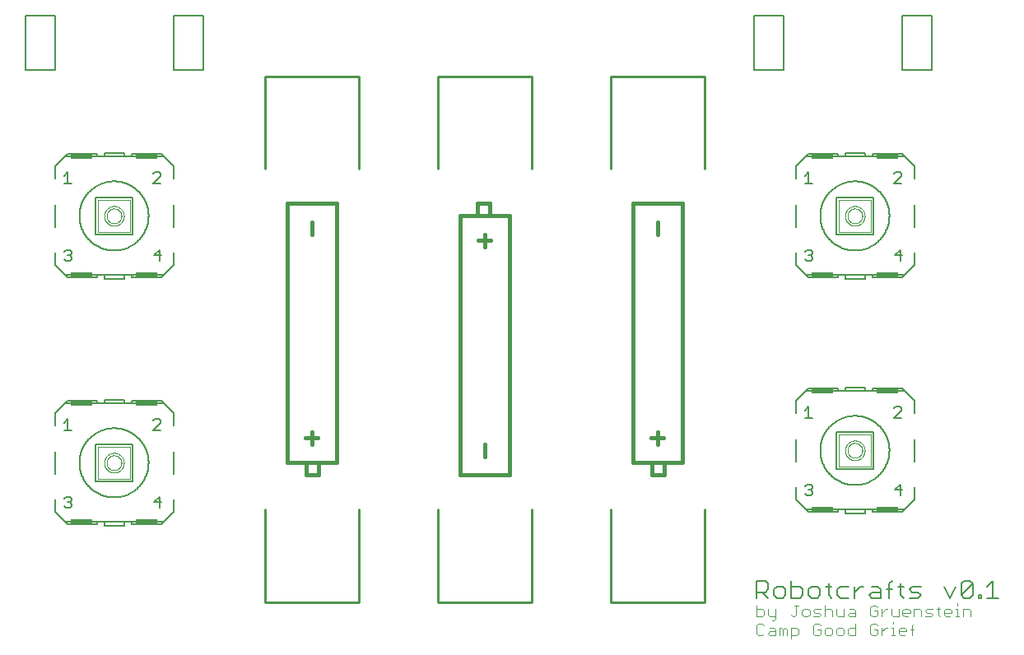
<source format=gto>
G75*
%MOIN*%
%OFA0B0*%
%FSLAX25Y25*%
%IPPOS*%
%LPD*%
%AMOC8*
5,1,8,0,0,1.08239X$1,22.5*
%
%ADD10C,0.00600*%
%ADD11C,0.00400*%
%ADD12C,0.01000*%
%ADD13C,0.01600*%
%ADD14C,0.00000*%
%ADD15C,0.00200*%
%ADD16C,0.00500*%
%ADD17R,0.08500X0.02000*%
D10*
X0038600Y0062600D02*
X0037600Y0063600D01*
X0050600Y0063600D01*
X0053600Y0063600D01*
X0061600Y0063600D01*
X0064600Y0063600D01*
X0077600Y0063600D01*
X0076600Y0062600D01*
X0064600Y0062600D01*
X0064600Y0063600D01*
X0061600Y0063600D02*
X0061600Y0062100D01*
X0053600Y0062100D01*
X0053600Y0063600D01*
X0050600Y0063600D02*
X0050600Y0062600D01*
X0038600Y0062600D01*
X0037600Y0063600D02*
X0033600Y0067600D01*
X0033600Y0072600D01*
X0033600Y0083100D02*
X0033600Y0092100D01*
X0033600Y0102600D02*
X0033600Y0107600D01*
X0037600Y0111600D01*
X0038600Y0112600D01*
X0050600Y0112600D01*
X0050600Y0111600D01*
X0053600Y0111600D01*
X0061600Y0111600D01*
X0064600Y0111600D01*
X0064600Y0112600D01*
X0076600Y0112600D01*
X0077600Y0111600D01*
X0064600Y0111600D01*
X0061600Y0111600D02*
X0061600Y0113100D01*
X0053600Y0113100D01*
X0053600Y0111600D01*
X0050600Y0111600D02*
X0037600Y0111600D01*
X0050100Y0095100D02*
X0050100Y0080100D01*
X0065100Y0080100D01*
X0065100Y0095100D01*
X0050100Y0095100D01*
X0043600Y0087600D02*
X0043604Y0087944D01*
X0043617Y0088287D01*
X0043638Y0088630D01*
X0043667Y0088972D01*
X0043705Y0089314D01*
X0043752Y0089654D01*
X0043806Y0089993D01*
X0043869Y0090331D01*
X0043940Y0090667D01*
X0044020Y0091002D01*
X0044107Y0091334D01*
X0044203Y0091664D01*
X0044307Y0091992D01*
X0044418Y0092316D01*
X0044538Y0092639D01*
X0044666Y0092958D01*
X0044801Y0093273D01*
X0044944Y0093586D01*
X0045095Y0093895D01*
X0045253Y0094200D01*
X0045419Y0094501D01*
X0045592Y0094797D01*
X0045772Y0095090D01*
X0045959Y0095378D01*
X0046154Y0095661D01*
X0046355Y0095940D01*
X0046563Y0096213D01*
X0046778Y0096482D01*
X0046999Y0096744D01*
X0047227Y0097002D01*
X0047461Y0097254D01*
X0047701Y0097499D01*
X0047946Y0097739D01*
X0048198Y0097973D01*
X0048456Y0098201D01*
X0048718Y0098422D01*
X0048987Y0098637D01*
X0049260Y0098845D01*
X0049539Y0099046D01*
X0049822Y0099241D01*
X0050110Y0099428D01*
X0050403Y0099608D01*
X0050699Y0099781D01*
X0051000Y0099947D01*
X0051305Y0100105D01*
X0051614Y0100256D01*
X0051927Y0100399D01*
X0052242Y0100534D01*
X0052561Y0100662D01*
X0052884Y0100782D01*
X0053208Y0100893D01*
X0053536Y0100997D01*
X0053866Y0101093D01*
X0054198Y0101180D01*
X0054533Y0101260D01*
X0054869Y0101331D01*
X0055207Y0101394D01*
X0055546Y0101448D01*
X0055886Y0101495D01*
X0056228Y0101533D01*
X0056570Y0101562D01*
X0056913Y0101583D01*
X0057256Y0101596D01*
X0057600Y0101600D01*
X0057944Y0101596D01*
X0058287Y0101583D01*
X0058630Y0101562D01*
X0058972Y0101533D01*
X0059314Y0101495D01*
X0059654Y0101448D01*
X0059993Y0101394D01*
X0060331Y0101331D01*
X0060667Y0101260D01*
X0061002Y0101180D01*
X0061334Y0101093D01*
X0061664Y0100997D01*
X0061992Y0100893D01*
X0062316Y0100782D01*
X0062639Y0100662D01*
X0062958Y0100534D01*
X0063273Y0100399D01*
X0063586Y0100256D01*
X0063895Y0100105D01*
X0064200Y0099947D01*
X0064501Y0099781D01*
X0064797Y0099608D01*
X0065090Y0099428D01*
X0065378Y0099241D01*
X0065661Y0099046D01*
X0065940Y0098845D01*
X0066213Y0098637D01*
X0066482Y0098422D01*
X0066744Y0098201D01*
X0067002Y0097973D01*
X0067254Y0097739D01*
X0067499Y0097499D01*
X0067739Y0097254D01*
X0067973Y0097002D01*
X0068201Y0096744D01*
X0068422Y0096482D01*
X0068637Y0096213D01*
X0068845Y0095940D01*
X0069046Y0095661D01*
X0069241Y0095378D01*
X0069428Y0095090D01*
X0069608Y0094797D01*
X0069781Y0094501D01*
X0069947Y0094200D01*
X0070105Y0093895D01*
X0070256Y0093586D01*
X0070399Y0093273D01*
X0070534Y0092958D01*
X0070662Y0092639D01*
X0070782Y0092316D01*
X0070893Y0091992D01*
X0070997Y0091664D01*
X0071093Y0091334D01*
X0071180Y0091002D01*
X0071260Y0090667D01*
X0071331Y0090331D01*
X0071394Y0089993D01*
X0071448Y0089654D01*
X0071495Y0089314D01*
X0071533Y0088972D01*
X0071562Y0088630D01*
X0071583Y0088287D01*
X0071596Y0087944D01*
X0071600Y0087600D01*
X0071596Y0087256D01*
X0071583Y0086913D01*
X0071562Y0086570D01*
X0071533Y0086228D01*
X0071495Y0085886D01*
X0071448Y0085546D01*
X0071394Y0085207D01*
X0071331Y0084869D01*
X0071260Y0084533D01*
X0071180Y0084198D01*
X0071093Y0083866D01*
X0070997Y0083536D01*
X0070893Y0083208D01*
X0070782Y0082884D01*
X0070662Y0082561D01*
X0070534Y0082242D01*
X0070399Y0081927D01*
X0070256Y0081614D01*
X0070105Y0081305D01*
X0069947Y0081000D01*
X0069781Y0080699D01*
X0069608Y0080403D01*
X0069428Y0080110D01*
X0069241Y0079822D01*
X0069046Y0079539D01*
X0068845Y0079260D01*
X0068637Y0078987D01*
X0068422Y0078718D01*
X0068201Y0078456D01*
X0067973Y0078198D01*
X0067739Y0077946D01*
X0067499Y0077701D01*
X0067254Y0077461D01*
X0067002Y0077227D01*
X0066744Y0076999D01*
X0066482Y0076778D01*
X0066213Y0076563D01*
X0065940Y0076355D01*
X0065661Y0076154D01*
X0065378Y0075959D01*
X0065090Y0075772D01*
X0064797Y0075592D01*
X0064501Y0075419D01*
X0064200Y0075253D01*
X0063895Y0075095D01*
X0063586Y0074944D01*
X0063273Y0074801D01*
X0062958Y0074666D01*
X0062639Y0074538D01*
X0062316Y0074418D01*
X0061992Y0074307D01*
X0061664Y0074203D01*
X0061334Y0074107D01*
X0061002Y0074020D01*
X0060667Y0073940D01*
X0060331Y0073869D01*
X0059993Y0073806D01*
X0059654Y0073752D01*
X0059314Y0073705D01*
X0058972Y0073667D01*
X0058630Y0073638D01*
X0058287Y0073617D01*
X0057944Y0073604D01*
X0057600Y0073600D01*
X0057256Y0073604D01*
X0056913Y0073617D01*
X0056570Y0073638D01*
X0056228Y0073667D01*
X0055886Y0073705D01*
X0055546Y0073752D01*
X0055207Y0073806D01*
X0054869Y0073869D01*
X0054533Y0073940D01*
X0054198Y0074020D01*
X0053866Y0074107D01*
X0053536Y0074203D01*
X0053208Y0074307D01*
X0052884Y0074418D01*
X0052561Y0074538D01*
X0052242Y0074666D01*
X0051927Y0074801D01*
X0051614Y0074944D01*
X0051305Y0075095D01*
X0051000Y0075253D01*
X0050699Y0075419D01*
X0050403Y0075592D01*
X0050110Y0075772D01*
X0049822Y0075959D01*
X0049539Y0076154D01*
X0049260Y0076355D01*
X0048987Y0076563D01*
X0048718Y0076778D01*
X0048456Y0076999D01*
X0048198Y0077227D01*
X0047946Y0077461D01*
X0047701Y0077701D01*
X0047461Y0077946D01*
X0047227Y0078198D01*
X0046999Y0078456D01*
X0046778Y0078718D01*
X0046563Y0078987D01*
X0046355Y0079260D01*
X0046154Y0079539D01*
X0045959Y0079822D01*
X0045772Y0080110D01*
X0045592Y0080403D01*
X0045419Y0080699D01*
X0045253Y0081000D01*
X0045095Y0081305D01*
X0044944Y0081614D01*
X0044801Y0081927D01*
X0044666Y0082242D01*
X0044538Y0082561D01*
X0044418Y0082884D01*
X0044307Y0083208D01*
X0044203Y0083536D01*
X0044107Y0083866D01*
X0044020Y0084198D01*
X0043940Y0084533D01*
X0043869Y0084869D01*
X0043806Y0085207D01*
X0043752Y0085546D01*
X0043705Y0085886D01*
X0043667Y0086228D01*
X0043638Y0086570D01*
X0043617Y0086913D01*
X0043604Y0087256D01*
X0043600Y0087600D01*
X0077600Y0063600D02*
X0081600Y0067600D01*
X0081600Y0072600D01*
X0081600Y0083100D02*
X0081600Y0092100D01*
X0081600Y0102600D02*
X0081600Y0107600D01*
X0077600Y0111600D01*
X0061600Y0162100D02*
X0053600Y0162100D01*
X0053600Y0163600D01*
X0050600Y0163600D01*
X0050600Y0162600D01*
X0038600Y0162600D01*
X0037600Y0163600D01*
X0050600Y0163600D01*
X0053600Y0163600D02*
X0061600Y0163600D01*
X0064600Y0163600D01*
X0077600Y0163600D01*
X0076600Y0162600D01*
X0064600Y0162600D01*
X0064600Y0163600D01*
X0061600Y0163600D02*
X0061600Y0162100D01*
X0077600Y0163600D02*
X0081600Y0167600D01*
X0081600Y0172600D01*
X0081600Y0183100D02*
X0081600Y0192100D01*
X0081600Y0202600D02*
X0081600Y0207600D01*
X0077600Y0211600D01*
X0076600Y0212600D01*
X0064600Y0212600D01*
X0064600Y0211600D01*
X0061600Y0211600D01*
X0061600Y0213100D01*
X0053600Y0213100D01*
X0053600Y0211600D01*
X0050600Y0211600D01*
X0050600Y0212600D01*
X0038600Y0212600D01*
X0037600Y0211600D01*
X0033600Y0207600D01*
X0033600Y0202600D01*
X0037600Y0211600D02*
X0050600Y0211600D01*
X0053600Y0211600D02*
X0061600Y0211600D01*
X0064600Y0211600D02*
X0077600Y0211600D01*
X0065100Y0195100D02*
X0050100Y0195100D01*
X0050100Y0180100D01*
X0065100Y0180100D01*
X0065100Y0195100D01*
X0043600Y0187600D02*
X0043604Y0187944D01*
X0043617Y0188287D01*
X0043638Y0188630D01*
X0043667Y0188972D01*
X0043705Y0189314D01*
X0043752Y0189654D01*
X0043806Y0189993D01*
X0043869Y0190331D01*
X0043940Y0190667D01*
X0044020Y0191002D01*
X0044107Y0191334D01*
X0044203Y0191664D01*
X0044307Y0191992D01*
X0044418Y0192316D01*
X0044538Y0192639D01*
X0044666Y0192958D01*
X0044801Y0193273D01*
X0044944Y0193586D01*
X0045095Y0193895D01*
X0045253Y0194200D01*
X0045419Y0194501D01*
X0045592Y0194797D01*
X0045772Y0195090D01*
X0045959Y0195378D01*
X0046154Y0195661D01*
X0046355Y0195940D01*
X0046563Y0196213D01*
X0046778Y0196482D01*
X0046999Y0196744D01*
X0047227Y0197002D01*
X0047461Y0197254D01*
X0047701Y0197499D01*
X0047946Y0197739D01*
X0048198Y0197973D01*
X0048456Y0198201D01*
X0048718Y0198422D01*
X0048987Y0198637D01*
X0049260Y0198845D01*
X0049539Y0199046D01*
X0049822Y0199241D01*
X0050110Y0199428D01*
X0050403Y0199608D01*
X0050699Y0199781D01*
X0051000Y0199947D01*
X0051305Y0200105D01*
X0051614Y0200256D01*
X0051927Y0200399D01*
X0052242Y0200534D01*
X0052561Y0200662D01*
X0052884Y0200782D01*
X0053208Y0200893D01*
X0053536Y0200997D01*
X0053866Y0201093D01*
X0054198Y0201180D01*
X0054533Y0201260D01*
X0054869Y0201331D01*
X0055207Y0201394D01*
X0055546Y0201448D01*
X0055886Y0201495D01*
X0056228Y0201533D01*
X0056570Y0201562D01*
X0056913Y0201583D01*
X0057256Y0201596D01*
X0057600Y0201600D01*
X0057944Y0201596D01*
X0058287Y0201583D01*
X0058630Y0201562D01*
X0058972Y0201533D01*
X0059314Y0201495D01*
X0059654Y0201448D01*
X0059993Y0201394D01*
X0060331Y0201331D01*
X0060667Y0201260D01*
X0061002Y0201180D01*
X0061334Y0201093D01*
X0061664Y0200997D01*
X0061992Y0200893D01*
X0062316Y0200782D01*
X0062639Y0200662D01*
X0062958Y0200534D01*
X0063273Y0200399D01*
X0063586Y0200256D01*
X0063895Y0200105D01*
X0064200Y0199947D01*
X0064501Y0199781D01*
X0064797Y0199608D01*
X0065090Y0199428D01*
X0065378Y0199241D01*
X0065661Y0199046D01*
X0065940Y0198845D01*
X0066213Y0198637D01*
X0066482Y0198422D01*
X0066744Y0198201D01*
X0067002Y0197973D01*
X0067254Y0197739D01*
X0067499Y0197499D01*
X0067739Y0197254D01*
X0067973Y0197002D01*
X0068201Y0196744D01*
X0068422Y0196482D01*
X0068637Y0196213D01*
X0068845Y0195940D01*
X0069046Y0195661D01*
X0069241Y0195378D01*
X0069428Y0195090D01*
X0069608Y0194797D01*
X0069781Y0194501D01*
X0069947Y0194200D01*
X0070105Y0193895D01*
X0070256Y0193586D01*
X0070399Y0193273D01*
X0070534Y0192958D01*
X0070662Y0192639D01*
X0070782Y0192316D01*
X0070893Y0191992D01*
X0070997Y0191664D01*
X0071093Y0191334D01*
X0071180Y0191002D01*
X0071260Y0190667D01*
X0071331Y0190331D01*
X0071394Y0189993D01*
X0071448Y0189654D01*
X0071495Y0189314D01*
X0071533Y0188972D01*
X0071562Y0188630D01*
X0071583Y0188287D01*
X0071596Y0187944D01*
X0071600Y0187600D01*
X0071596Y0187256D01*
X0071583Y0186913D01*
X0071562Y0186570D01*
X0071533Y0186228D01*
X0071495Y0185886D01*
X0071448Y0185546D01*
X0071394Y0185207D01*
X0071331Y0184869D01*
X0071260Y0184533D01*
X0071180Y0184198D01*
X0071093Y0183866D01*
X0070997Y0183536D01*
X0070893Y0183208D01*
X0070782Y0182884D01*
X0070662Y0182561D01*
X0070534Y0182242D01*
X0070399Y0181927D01*
X0070256Y0181614D01*
X0070105Y0181305D01*
X0069947Y0181000D01*
X0069781Y0180699D01*
X0069608Y0180403D01*
X0069428Y0180110D01*
X0069241Y0179822D01*
X0069046Y0179539D01*
X0068845Y0179260D01*
X0068637Y0178987D01*
X0068422Y0178718D01*
X0068201Y0178456D01*
X0067973Y0178198D01*
X0067739Y0177946D01*
X0067499Y0177701D01*
X0067254Y0177461D01*
X0067002Y0177227D01*
X0066744Y0176999D01*
X0066482Y0176778D01*
X0066213Y0176563D01*
X0065940Y0176355D01*
X0065661Y0176154D01*
X0065378Y0175959D01*
X0065090Y0175772D01*
X0064797Y0175592D01*
X0064501Y0175419D01*
X0064200Y0175253D01*
X0063895Y0175095D01*
X0063586Y0174944D01*
X0063273Y0174801D01*
X0062958Y0174666D01*
X0062639Y0174538D01*
X0062316Y0174418D01*
X0061992Y0174307D01*
X0061664Y0174203D01*
X0061334Y0174107D01*
X0061002Y0174020D01*
X0060667Y0173940D01*
X0060331Y0173869D01*
X0059993Y0173806D01*
X0059654Y0173752D01*
X0059314Y0173705D01*
X0058972Y0173667D01*
X0058630Y0173638D01*
X0058287Y0173617D01*
X0057944Y0173604D01*
X0057600Y0173600D01*
X0057256Y0173604D01*
X0056913Y0173617D01*
X0056570Y0173638D01*
X0056228Y0173667D01*
X0055886Y0173705D01*
X0055546Y0173752D01*
X0055207Y0173806D01*
X0054869Y0173869D01*
X0054533Y0173940D01*
X0054198Y0174020D01*
X0053866Y0174107D01*
X0053536Y0174203D01*
X0053208Y0174307D01*
X0052884Y0174418D01*
X0052561Y0174538D01*
X0052242Y0174666D01*
X0051927Y0174801D01*
X0051614Y0174944D01*
X0051305Y0175095D01*
X0051000Y0175253D01*
X0050699Y0175419D01*
X0050403Y0175592D01*
X0050110Y0175772D01*
X0049822Y0175959D01*
X0049539Y0176154D01*
X0049260Y0176355D01*
X0048987Y0176563D01*
X0048718Y0176778D01*
X0048456Y0176999D01*
X0048198Y0177227D01*
X0047946Y0177461D01*
X0047701Y0177701D01*
X0047461Y0177946D01*
X0047227Y0178198D01*
X0046999Y0178456D01*
X0046778Y0178718D01*
X0046563Y0178987D01*
X0046355Y0179260D01*
X0046154Y0179539D01*
X0045959Y0179822D01*
X0045772Y0180110D01*
X0045592Y0180403D01*
X0045419Y0180699D01*
X0045253Y0181000D01*
X0045095Y0181305D01*
X0044944Y0181614D01*
X0044801Y0181927D01*
X0044666Y0182242D01*
X0044538Y0182561D01*
X0044418Y0182884D01*
X0044307Y0183208D01*
X0044203Y0183536D01*
X0044107Y0183866D01*
X0044020Y0184198D01*
X0043940Y0184533D01*
X0043869Y0184869D01*
X0043806Y0185207D01*
X0043752Y0185546D01*
X0043705Y0185886D01*
X0043667Y0186228D01*
X0043638Y0186570D01*
X0043617Y0186913D01*
X0043604Y0187256D01*
X0043600Y0187600D01*
X0033600Y0192100D02*
X0033600Y0183100D01*
X0033600Y0172600D02*
X0033600Y0167600D01*
X0037600Y0163600D01*
X0033600Y0246600D02*
X0021600Y0246600D01*
X0021600Y0268600D01*
X0033600Y0268600D01*
X0033600Y0246600D01*
X0081600Y0246600D02*
X0093600Y0246600D01*
X0093600Y0268600D01*
X0081600Y0268600D01*
X0081600Y0246600D01*
X0316600Y0246600D02*
X0328600Y0246600D01*
X0328600Y0268600D01*
X0316600Y0268600D01*
X0316600Y0246600D01*
X0338600Y0212600D02*
X0337600Y0211600D01*
X0333600Y0207600D01*
X0333600Y0202600D01*
X0337600Y0211600D02*
X0350600Y0211600D01*
X0353600Y0211600D01*
X0361600Y0211600D01*
X0364600Y0211600D01*
X0364600Y0212600D01*
X0376600Y0212600D01*
X0377600Y0211600D01*
X0364600Y0211600D01*
X0361600Y0211600D02*
X0361600Y0213100D01*
X0353600Y0213100D01*
X0353600Y0211600D01*
X0350600Y0211600D02*
X0350600Y0212600D01*
X0338600Y0212600D01*
X0350100Y0195100D02*
X0350100Y0180100D01*
X0365100Y0180100D01*
X0365100Y0195100D01*
X0350100Y0195100D01*
X0343600Y0187600D02*
X0343604Y0187944D01*
X0343617Y0188287D01*
X0343638Y0188630D01*
X0343667Y0188972D01*
X0343705Y0189314D01*
X0343752Y0189654D01*
X0343806Y0189993D01*
X0343869Y0190331D01*
X0343940Y0190667D01*
X0344020Y0191002D01*
X0344107Y0191334D01*
X0344203Y0191664D01*
X0344307Y0191992D01*
X0344418Y0192316D01*
X0344538Y0192639D01*
X0344666Y0192958D01*
X0344801Y0193273D01*
X0344944Y0193586D01*
X0345095Y0193895D01*
X0345253Y0194200D01*
X0345419Y0194501D01*
X0345592Y0194797D01*
X0345772Y0195090D01*
X0345959Y0195378D01*
X0346154Y0195661D01*
X0346355Y0195940D01*
X0346563Y0196213D01*
X0346778Y0196482D01*
X0346999Y0196744D01*
X0347227Y0197002D01*
X0347461Y0197254D01*
X0347701Y0197499D01*
X0347946Y0197739D01*
X0348198Y0197973D01*
X0348456Y0198201D01*
X0348718Y0198422D01*
X0348987Y0198637D01*
X0349260Y0198845D01*
X0349539Y0199046D01*
X0349822Y0199241D01*
X0350110Y0199428D01*
X0350403Y0199608D01*
X0350699Y0199781D01*
X0351000Y0199947D01*
X0351305Y0200105D01*
X0351614Y0200256D01*
X0351927Y0200399D01*
X0352242Y0200534D01*
X0352561Y0200662D01*
X0352884Y0200782D01*
X0353208Y0200893D01*
X0353536Y0200997D01*
X0353866Y0201093D01*
X0354198Y0201180D01*
X0354533Y0201260D01*
X0354869Y0201331D01*
X0355207Y0201394D01*
X0355546Y0201448D01*
X0355886Y0201495D01*
X0356228Y0201533D01*
X0356570Y0201562D01*
X0356913Y0201583D01*
X0357256Y0201596D01*
X0357600Y0201600D01*
X0357944Y0201596D01*
X0358287Y0201583D01*
X0358630Y0201562D01*
X0358972Y0201533D01*
X0359314Y0201495D01*
X0359654Y0201448D01*
X0359993Y0201394D01*
X0360331Y0201331D01*
X0360667Y0201260D01*
X0361002Y0201180D01*
X0361334Y0201093D01*
X0361664Y0200997D01*
X0361992Y0200893D01*
X0362316Y0200782D01*
X0362639Y0200662D01*
X0362958Y0200534D01*
X0363273Y0200399D01*
X0363586Y0200256D01*
X0363895Y0200105D01*
X0364200Y0199947D01*
X0364501Y0199781D01*
X0364797Y0199608D01*
X0365090Y0199428D01*
X0365378Y0199241D01*
X0365661Y0199046D01*
X0365940Y0198845D01*
X0366213Y0198637D01*
X0366482Y0198422D01*
X0366744Y0198201D01*
X0367002Y0197973D01*
X0367254Y0197739D01*
X0367499Y0197499D01*
X0367739Y0197254D01*
X0367973Y0197002D01*
X0368201Y0196744D01*
X0368422Y0196482D01*
X0368637Y0196213D01*
X0368845Y0195940D01*
X0369046Y0195661D01*
X0369241Y0195378D01*
X0369428Y0195090D01*
X0369608Y0194797D01*
X0369781Y0194501D01*
X0369947Y0194200D01*
X0370105Y0193895D01*
X0370256Y0193586D01*
X0370399Y0193273D01*
X0370534Y0192958D01*
X0370662Y0192639D01*
X0370782Y0192316D01*
X0370893Y0191992D01*
X0370997Y0191664D01*
X0371093Y0191334D01*
X0371180Y0191002D01*
X0371260Y0190667D01*
X0371331Y0190331D01*
X0371394Y0189993D01*
X0371448Y0189654D01*
X0371495Y0189314D01*
X0371533Y0188972D01*
X0371562Y0188630D01*
X0371583Y0188287D01*
X0371596Y0187944D01*
X0371600Y0187600D01*
X0371596Y0187256D01*
X0371583Y0186913D01*
X0371562Y0186570D01*
X0371533Y0186228D01*
X0371495Y0185886D01*
X0371448Y0185546D01*
X0371394Y0185207D01*
X0371331Y0184869D01*
X0371260Y0184533D01*
X0371180Y0184198D01*
X0371093Y0183866D01*
X0370997Y0183536D01*
X0370893Y0183208D01*
X0370782Y0182884D01*
X0370662Y0182561D01*
X0370534Y0182242D01*
X0370399Y0181927D01*
X0370256Y0181614D01*
X0370105Y0181305D01*
X0369947Y0181000D01*
X0369781Y0180699D01*
X0369608Y0180403D01*
X0369428Y0180110D01*
X0369241Y0179822D01*
X0369046Y0179539D01*
X0368845Y0179260D01*
X0368637Y0178987D01*
X0368422Y0178718D01*
X0368201Y0178456D01*
X0367973Y0178198D01*
X0367739Y0177946D01*
X0367499Y0177701D01*
X0367254Y0177461D01*
X0367002Y0177227D01*
X0366744Y0176999D01*
X0366482Y0176778D01*
X0366213Y0176563D01*
X0365940Y0176355D01*
X0365661Y0176154D01*
X0365378Y0175959D01*
X0365090Y0175772D01*
X0364797Y0175592D01*
X0364501Y0175419D01*
X0364200Y0175253D01*
X0363895Y0175095D01*
X0363586Y0174944D01*
X0363273Y0174801D01*
X0362958Y0174666D01*
X0362639Y0174538D01*
X0362316Y0174418D01*
X0361992Y0174307D01*
X0361664Y0174203D01*
X0361334Y0174107D01*
X0361002Y0174020D01*
X0360667Y0173940D01*
X0360331Y0173869D01*
X0359993Y0173806D01*
X0359654Y0173752D01*
X0359314Y0173705D01*
X0358972Y0173667D01*
X0358630Y0173638D01*
X0358287Y0173617D01*
X0357944Y0173604D01*
X0357600Y0173600D01*
X0357256Y0173604D01*
X0356913Y0173617D01*
X0356570Y0173638D01*
X0356228Y0173667D01*
X0355886Y0173705D01*
X0355546Y0173752D01*
X0355207Y0173806D01*
X0354869Y0173869D01*
X0354533Y0173940D01*
X0354198Y0174020D01*
X0353866Y0174107D01*
X0353536Y0174203D01*
X0353208Y0174307D01*
X0352884Y0174418D01*
X0352561Y0174538D01*
X0352242Y0174666D01*
X0351927Y0174801D01*
X0351614Y0174944D01*
X0351305Y0175095D01*
X0351000Y0175253D01*
X0350699Y0175419D01*
X0350403Y0175592D01*
X0350110Y0175772D01*
X0349822Y0175959D01*
X0349539Y0176154D01*
X0349260Y0176355D01*
X0348987Y0176563D01*
X0348718Y0176778D01*
X0348456Y0176999D01*
X0348198Y0177227D01*
X0347946Y0177461D01*
X0347701Y0177701D01*
X0347461Y0177946D01*
X0347227Y0178198D01*
X0346999Y0178456D01*
X0346778Y0178718D01*
X0346563Y0178987D01*
X0346355Y0179260D01*
X0346154Y0179539D01*
X0345959Y0179822D01*
X0345772Y0180110D01*
X0345592Y0180403D01*
X0345419Y0180699D01*
X0345253Y0181000D01*
X0345095Y0181305D01*
X0344944Y0181614D01*
X0344801Y0181927D01*
X0344666Y0182242D01*
X0344538Y0182561D01*
X0344418Y0182884D01*
X0344307Y0183208D01*
X0344203Y0183536D01*
X0344107Y0183866D01*
X0344020Y0184198D01*
X0343940Y0184533D01*
X0343869Y0184869D01*
X0343806Y0185207D01*
X0343752Y0185546D01*
X0343705Y0185886D01*
X0343667Y0186228D01*
X0343638Y0186570D01*
X0343617Y0186913D01*
X0343604Y0187256D01*
X0343600Y0187600D01*
X0333600Y0192100D02*
X0333600Y0183100D01*
X0333600Y0172600D02*
X0333600Y0167600D01*
X0337600Y0163600D01*
X0338600Y0162600D01*
X0350600Y0162600D01*
X0350600Y0163600D01*
X0353600Y0163600D01*
X0361600Y0163600D01*
X0364600Y0163600D01*
X0377600Y0163600D01*
X0376600Y0162600D01*
X0364600Y0162600D01*
X0364600Y0163600D01*
X0361600Y0163600D02*
X0361600Y0162100D01*
X0353600Y0162100D01*
X0353600Y0163600D01*
X0350600Y0163600D02*
X0337600Y0163600D01*
X0377600Y0163600D02*
X0381600Y0167600D01*
X0381600Y0172600D01*
X0381600Y0183100D02*
X0381600Y0192100D01*
X0381600Y0202600D02*
X0381600Y0207600D01*
X0377600Y0211600D01*
X0376600Y0246600D02*
X0388600Y0246600D01*
X0388600Y0268600D01*
X0376600Y0268600D01*
X0376600Y0246600D01*
X0376600Y0117600D02*
X0364600Y0117600D01*
X0364600Y0116600D01*
X0361600Y0116600D01*
X0361600Y0118100D01*
X0353600Y0118100D01*
X0353600Y0116600D01*
X0350600Y0116600D01*
X0350600Y0117600D01*
X0338600Y0117600D01*
X0337600Y0116600D01*
X0333600Y0112600D01*
X0333600Y0107600D01*
X0337600Y0116600D02*
X0350600Y0116600D01*
X0353600Y0116600D02*
X0361600Y0116600D01*
X0364600Y0116600D02*
X0377600Y0116600D01*
X0376600Y0117600D01*
X0377600Y0116600D02*
X0381600Y0112600D01*
X0381600Y0107600D01*
X0381600Y0097100D02*
X0381600Y0088100D01*
X0381600Y0077600D02*
X0381600Y0072600D01*
X0377600Y0068600D01*
X0376600Y0067600D01*
X0364600Y0067600D01*
X0364600Y0068600D01*
X0377600Y0068600D01*
X0364600Y0068600D02*
X0361600Y0068600D01*
X0353600Y0068600D01*
X0350600Y0068600D01*
X0350600Y0067600D01*
X0338600Y0067600D01*
X0337600Y0068600D01*
X0350600Y0068600D01*
X0353600Y0068600D02*
X0353600Y0067100D01*
X0361600Y0067100D01*
X0361600Y0068600D01*
X0365100Y0085100D02*
X0350100Y0085100D01*
X0350100Y0100100D01*
X0365100Y0100100D01*
X0365100Y0085100D01*
X0343600Y0092600D02*
X0343604Y0092944D01*
X0343617Y0093287D01*
X0343638Y0093630D01*
X0343667Y0093972D01*
X0343705Y0094314D01*
X0343752Y0094654D01*
X0343806Y0094993D01*
X0343869Y0095331D01*
X0343940Y0095667D01*
X0344020Y0096002D01*
X0344107Y0096334D01*
X0344203Y0096664D01*
X0344307Y0096992D01*
X0344418Y0097316D01*
X0344538Y0097639D01*
X0344666Y0097958D01*
X0344801Y0098273D01*
X0344944Y0098586D01*
X0345095Y0098895D01*
X0345253Y0099200D01*
X0345419Y0099501D01*
X0345592Y0099797D01*
X0345772Y0100090D01*
X0345959Y0100378D01*
X0346154Y0100661D01*
X0346355Y0100940D01*
X0346563Y0101213D01*
X0346778Y0101482D01*
X0346999Y0101744D01*
X0347227Y0102002D01*
X0347461Y0102254D01*
X0347701Y0102499D01*
X0347946Y0102739D01*
X0348198Y0102973D01*
X0348456Y0103201D01*
X0348718Y0103422D01*
X0348987Y0103637D01*
X0349260Y0103845D01*
X0349539Y0104046D01*
X0349822Y0104241D01*
X0350110Y0104428D01*
X0350403Y0104608D01*
X0350699Y0104781D01*
X0351000Y0104947D01*
X0351305Y0105105D01*
X0351614Y0105256D01*
X0351927Y0105399D01*
X0352242Y0105534D01*
X0352561Y0105662D01*
X0352884Y0105782D01*
X0353208Y0105893D01*
X0353536Y0105997D01*
X0353866Y0106093D01*
X0354198Y0106180D01*
X0354533Y0106260D01*
X0354869Y0106331D01*
X0355207Y0106394D01*
X0355546Y0106448D01*
X0355886Y0106495D01*
X0356228Y0106533D01*
X0356570Y0106562D01*
X0356913Y0106583D01*
X0357256Y0106596D01*
X0357600Y0106600D01*
X0357944Y0106596D01*
X0358287Y0106583D01*
X0358630Y0106562D01*
X0358972Y0106533D01*
X0359314Y0106495D01*
X0359654Y0106448D01*
X0359993Y0106394D01*
X0360331Y0106331D01*
X0360667Y0106260D01*
X0361002Y0106180D01*
X0361334Y0106093D01*
X0361664Y0105997D01*
X0361992Y0105893D01*
X0362316Y0105782D01*
X0362639Y0105662D01*
X0362958Y0105534D01*
X0363273Y0105399D01*
X0363586Y0105256D01*
X0363895Y0105105D01*
X0364200Y0104947D01*
X0364501Y0104781D01*
X0364797Y0104608D01*
X0365090Y0104428D01*
X0365378Y0104241D01*
X0365661Y0104046D01*
X0365940Y0103845D01*
X0366213Y0103637D01*
X0366482Y0103422D01*
X0366744Y0103201D01*
X0367002Y0102973D01*
X0367254Y0102739D01*
X0367499Y0102499D01*
X0367739Y0102254D01*
X0367973Y0102002D01*
X0368201Y0101744D01*
X0368422Y0101482D01*
X0368637Y0101213D01*
X0368845Y0100940D01*
X0369046Y0100661D01*
X0369241Y0100378D01*
X0369428Y0100090D01*
X0369608Y0099797D01*
X0369781Y0099501D01*
X0369947Y0099200D01*
X0370105Y0098895D01*
X0370256Y0098586D01*
X0370399Y0098273D01*
X0370534Y0097958D01*
X0370662Y0097639D01*
X0370782Y0097316D01*
X0370893Y0096992D01*
X0370997Y0096664D01*
X0371093Y0096334D01*
X0371180Y0096002D01*
X0371260Y0095667D01*
X0371331Y0095331D01*
X0371394Y0094993D01*
X0371448Y0094654D01*
X0371495Y0094314D01*
X0371533Y0093972D01*
X0371562Y0093630D01*
X0371583Y0093287D01*
X0371596Y0092944D01*
X0371600Y0092600D01*
X0371596Y0092256D01*
X0371583Y0091913D01*
X0371562Y0091570D01*
X0371533Y0091228D01*
X0371495Y0090886D01*
X0371448Y0090546D01*
X0371394Y0090207D01*
X0371331Y0089869D01*
X0371260Y0089533D01*
X0371180Y0089198D01*
X0371093Y0088866D01*
X0370997Y0088536D01*
X0370893Y0088208D01*
X0370782Y0087884D01*
X0370662Y0087561D01*
X0370534Y0087242D01*
X0370399Y0086927D01*
X0370256Y0086614D01*
X0370105Y0086305D01*
X0369947Y0086000D01*
X0369781Y0085699D01*
X0369608Y0085403D01*
X0369428Y0085110D01*
X0369241Y0084822D01*
X0369046Y0084539D01*
X0368845Y0084260D01*
X0368637Y0083987D01*
X0368422Y0083718D01*
X0368201Y0083456D01*
X0367973Y0083198D01*
X0367739Y0082946D01*
X0367499Y0082701D01*
X0367254Y0082461D01*
X0367002Y0082227D01*
X0366744Y0081999D01*
X0366482Y0081778D01*
X0366213Y0081563D01*
X0365940Y0081355D01*
X0365661Y0081154D01*
X0365378Y0080959D01*
X0365090Y0080772D01*
X0364797Y0080592D01*
X0364501Y0080419D01*
X0364200Y0080253D01*
X0363895Y0080095D01*
X0363586Y0079944D01*
X0363273Y0079801D01*
X0362958Y0079666D01*
X0362639Y0079538D01*
X0362316Y0079418D01*
X0361992Y0079307D01*
X0361664Y0079203D01*
X0361334Y0079107D01*
X0361002Y0079020D01*
X0360667Y0078940D01*
X0360331Y0078869D01*
X0359993Y0078806D01*
X0359654Y0078752D01*
X0359314Y0078705D01*
X0358972Y0078667D01*
X0358630Y0078638D01*
X0358287Y0078617D01*
X0357944Y0078604D01*
X0357600Y0078600D01*
X0357256Y0078604D01*
X0356913Y0078617D01*
X0356570Y0078638D01*
X0356228Y0078667D01*
X0355886Y0078705D01*
X0355546Y0078752D01*
X0355207Y0078806D01*
X0354869Y0078869D01*
X0354533Y0078940D01*
X0354198Y0079020D01*
X0353866Y0079107D01*
X0353536Y0079203D01*
X0353208Y0079307D01*
X0352884Y0079418D01*
X0352561Y0079538D01*
X0352242Y0079666D01*
X0351927Y0079801D01*
X0351614Y0079944D01*
X0351305Y0080095D01*
X0351000Y0080253D01*
X0350699Y0080419D01*
X0350403Y0080592D01*
X0350110Y0080772D01*
X0349822Y0080959D01*
X0349539Y0081154D01*
X0349260Y0081355D01*
X0348987Y0081563D01*
X0348718Y0081778D01*
X0348456Y0081999D01*
X0348198Y0082227D01*
X0347946Y0082461D01*
X0347701Y0082701D01*
X0347461Y0082946D01*
X0347227Y0083198D01*
X0346999Y0083456D01*
X0346778Y0083718D01*
X0346563Y0083987D01*
X0346355Y0084260D01*
X0346154Y0084539D01*
X0345959Y0084822D01*
X0345772Y0085110D01*
X0345592Y0085403D01*
X0345419Y0085699D01*
X0345253Y0086000D01*
X0345095Y0086305D01*
X0344944Y0086614D01*
X0344801Y0086927D01*
X0344666Y0087242D01*
X0344538Y0087561D01*
X0344418Y0087884D01*
X0344307Y0088208D01*
X0344203Y0088536D01*
X0344107Y0088866D01*
X0344020Y0089198D01*
X0343940Y0089533D01*
X0343869Y0089869D01*
X0343806Y0090207D01*
X0343752Y0090546D01*
X0343705Y0090886D01*
X0343667Y0091228D01*
X0343638Y0091570D01*
X0343617Y0091913D01*
X0343604Y0092256D01*
X0343600Y0092600D01*
X0333600Y0097100D02*
X0333600Y0088100D01*
X0333600Y0077600D02*
X0333600Y0072600D01*
X0337600Y0068600D01*
X0331896Y0039906D02*
X0331896Y0032900D01*
X0335399Y0032900D01*
X0336567Y0034068D01*
X0336567Y0036403D01*
X0335399Y0037571D01*
X0331896Y0037571D01*
X0329569Y0036403D02*
X0328401Y0037571D01*
X0326066Y0037571D01*
X0324898Y0036403D01*
X0324898Y0034068D01*
X0326066Y0032900D01*
X0328401Y0032900D01*
X0329569Y0034068D01*
X0329569Y0036403D01*
X0322571Y0036403D02*
X0321403Y0035235D01*
X0317900Y0035235D01*
X0317900Y0032900D02*
X0317900Y0039906D01*
X0321403Y0039906D01*
X0322571Y0038738D01*
X0322571Y0036403D01*
X0320235Y0035235D02*
X0322571Y0032900D01*
X0338894Y0034068D02*
X0340062Y0032900D01*
X0342397Y0032900D01*
X0343565Y0034068D01*
X0343565Y0036403D01*
X0342397Y0037571D01*
X0340062Y0037571D01*
X0338894Y0036403D01*
X0338894Y0034068D01*
X0345892Y0037571D02*
X0348227Y0037571D01*
X0347060Y0038738D02*
X0347060Y0034068D01*
X0348227Y0032900D01*
X0350557Y0034068D02*
X0351725Y0032900D01*
X0355228Y0032900D01*
X0357555Y0032900D02*
X0357555Y0037571D01*
X0355228Y0037571D02*
X0351725Y0037571D01*
X0350557Y0036403D01*
X0350557Y0034068D01*
X0357555Y0035235D02*
X0359890Y0037571D01*
X0361058Y0037571D01*
X0364554Y0037571D02*
X0366890Y0037571D01*
X0368057Y0036403D01*
X0368057Y0032900D01*
X0364554Y0032900D01*
X0363387Y0034068D01*
X0364554Y0035235D01*
X0368057Y0035235D01*
X0370385Y0036403D02*
X0372720Y0036403D01*
X0375050Y0037571D02*
X0377385Y0037571D01*
X0376218Y0038738D02*
X0376218Y0034068D01*
X0377385Y0032900D01*
X0379715Y0032900D02*
X0383218Y0032900D01*
X0384386Y0034068D01*
X0383218Y0035235D01*
X0380883Y0035235D01*
X0379715Y0036403D01*
X0380883Y0037571D01*
X0384386Y0037571D01*
X0393711Y0037571D02*
X0396047Y0032900D01*
X0398382Y0037571D01*
X0400709Y0038738D02*
X0400709Y0034068D01*
X0405380Y0038738D01*
X0405380Y0034068D01*
X0404212Y0032900D01*
X0401877Y0032900D01*
X0400709Y0034068D01*
X0400709Y0038738D02*
X0401877Y0039906D01*
X0404212Y0039906D01*
X0405380Y0038738D01*
X0411206Y0037571D02*
X0413542Y0039906D01*
X0413542Y0032900D01*
X0415877Y0032900D02*
X0411206Y0032900D01*
X0408875Y0032900D02*
X0407707Y0032900D01*
X0407707Y0034068D01*
X0408875Y0034068D01*
X0408875Y0032900D01*
X0372720Y0039906D02*
X0371552Y0038738D01*
X0371552Y0032900D01*
D11*
X0372280Y0028369D02*
X0372280Y0026067D01*
X0373047Y0025300D01*
X0375349Y0025300D01*
X0375349Y0028369D01*
X0376884Y0027602D02*
X0377651Y0028369D01*
X0379186Y0028369D01*
X0379953Y0027602D01*
X0379953Y0026835D01*
X0376884Y0026835D01*
X0376884Y0027602D02*
X0376884Y0026067D01*
X0377651Y0025300D01*
X0379186Y0025300D01*
X0381488Y0025300D02*
X0381488Y0028369D01*
X0383790Y0028369D01*
X0384557Y0027602D01*
X0384557Y0025300D01*
X0386092Y0025300D02*
X0388394Y0025300D01*
X0389161Y0026067D01*
X0388394Y0026835D01*
X0386859Y0026835D01*
X0386092Y0027602D01*
X0386859Y0028369D01*
X0389161Y0028369D01*
X0390695Y0028369D02*
X0392230Y0028369D01*
X0391463Y0029137D02*
X0391463Y0026067D01*
X0392230Y0025300D01*
X0393765Y0026067D02*
X0393765Y0027602D01*
X0394532Y0028369D01*
X0396067Y0028369D01*
X0396834Y0027602D01*
X0396834Y0026835D01*
X0393765Y0026835D01*
X0393765Y0026067D02*
X0394532Y0025300D01*
X0396067Y0025300D01*
X0398369Y0025300D02*
X0399903Y0025300D01*
X0399136Y0025300D02*
X0399136Y0028369D01*
X0398369Y0028369D01*
X0399136Y0029904D02*
X0399136Y0030671D01*
X0401438Y0028369D02*
X0403740Y0028369D01*
X0404507Y0027602D01*
X0404507Y0025300D01*
X0401438Y0025300D02*
X0401438Y0028369D01*
X0381488Y0022404D02*
X0380720Y0021637D01*
X0380720Y0017800D01*
X0379953Y0020102D02*
X0381488Y0020102D01*
X0378418Y0020102D02*
X0378418Y0019335D01*
X0375349Y0019335D01*
X0375349Y0020102D02*
X0376116Y0020869D01*
X0377651Y0020869D01*
X0378418Y0020102D01*
X0377651Y0017800D02*
X0376116Y0017800D01*
X0375349Y0018567D01*
X0375349Y0020102D01*
X0373047Y0020869D02*
X0373047Y0017800D01*
X0372280Y0017800D02*
X0373814Y0017800D01*
X0373047Y0020869D02*
X0372280Y0020869D01*
X0370745Y0020869D02*
X0369978Y0020869D01*
X0368443Y0019335D01*
X0368443Y0020869D02*
X0368443Y0017800D01*
X0366909Y0018567D02*
X0366909Y0020102D01*
X0365374Y0020102D01*
X0366909Y0021637D02*
X0366141Y0022404D01*
X0364607Y0022404D01*
X0363839Y0021637D01*
X0363839Y0018567D01*
X0364607Y0017800D01*
X0366141Y0017800D01*
X0366909Y0018567D01*
X0373047Y0022404D02*
X0373047Y0023171D01*
X0368443Y0025300D02*
X0368443Y0028369D01*
X0368443Y0026835D02*
X0369978Y0028369D01*
X0370745Y0028369D01*
X0366909Y0027602D02*
X0366909Y0026067D01*
X0366141Y0025300D01*
X0364607Y0025300D01*
X0363839Y0026067D01*
X0363839Y0029137D01*
X0364607Y0029904D01*
X0366141Y0029904D01*
X0366909Y0029137D01*
X0366909Y0027602D02*
X0365374Y0027602D01*
X0357701Y0027602D02*
X0357701Y0025300D01*
X0355399Y0025300D01*
X0354631Y0026067D01*
X0355399Y0026835D01*
X0357701Y0026835D01*
X0357701Y0027602D02*
X0356933Y0028369D01*
X0355399Y0028369D01*
X0353097Y0028369D02*
X0353097Y0025300D01*
X0350795Y0025300D01*
X0350027Y0026067D01*
X0350027Y0028369D01*
X0348493Y0027602D02*
X0348493Y0025300D01*
X0348493Y0027602D02*
X0347726Y0028369D01*
X0346191Y0028369D01*
X0345424Y0027602D01*
X0343889Y0028369D02*
X0341587Y0028369D01*
X0340820Y0027602D01*
X0341587Y0026835D01*
X0343122Y0026835D01*
X0343889Y0026067D01*
X0343122Y0025300D01*
X0340820Y0025300D01*
X0339285Y0026067D02*
X0339285Y0027602D01*
X0338518Y0028369D01*
X0336983Y0028369D01*
X0336216Y0027602D01*
X0336216Y0026067D01*
X0336983Y0025300D01*
X0338518Y0025300D01*
X0339285Y0026067D01*
X0341587Y0022404D02*
X0340820Y0021637D01*
X0340820Y0018567D01*
X0341587Y0017800D01*
X0343122Y0017800D01*
X0343889Y0018567D01*
X0343889Y0020102D01*
X0342354Y0020102D01*
X0343889Y0021637D02*
X0343122Y0022404D01*
X0341587Y0022404D01*
X0345424Y0020102D02*
X0345424Y0018567D01*
X0346191Y0017800D01*
X0347726Y0017800D01*
X0348493Y0018567D01*
X0348493Y0020102D01*
X0347726Y0020869D01*
X0346191Y0020869D01*
X0345424Y0020102D01*
X0350027Y0020102D02*
X0350027Y0018567D01*
X0350795Y0017800D01*
X0352329Y0017800D01*
X0353097Y0018567D01*
X0353097Y0020102D01*
X0352329Y0020869D01*
X0350795Y0020869D01*
X0350027Y0020102D01*
X0354631Y0020102D02*
X0354631Y0018567D01*
X0355399Y0017800D01*
X0357701Y0017800D01*
X0357701Y0022404D01*
X0357701Y0020869D02*
X0355399Y0020869D01*
X0354631Y0020102D01*
X0345424Y0025300D02*
X0345424Y0029904D01*
X0334681Y0029904D02*
X0333146Y0029904D01*
X0333914Y0029904D02*
X0333914Y0026067D01*
X0333146Y0025300D01*
X0332379Y0025300D01*
X0331612Y0026067D01*
X0325473Y0025300D02*
X0323171Y0025300D01*
X0322404Y0026067D01*
X0322404Y0028369D01*
X0320869Y0027602D02*
X0320102Y0028369D01*
X0317800Y0028369D01*
X0317800Y0029904D02*
X0317800Y0025300D01*
X0320102Y0025300D01*
X0320869Y0026067D01*
X0320869Y0027602D01*
X0325473Y0028369D02*
X0325473Y0024533D01*
X0324706Y0023765D01*
X0323939Y0023765D01*
X0324706Y0020869D02*
X0323171Y0020869D01*
X0323171Y0019335D02*
X0325473Y0019335D01*
X0325473Y0020102D02*
X0325473Y0017800D01*
X0323171Y0017800D01*
X0322404Y0018567D01*
X0323171Y0019335D01*
X0324706Y0020869D02*
X0325473Y0020102D01*
X0327008Y0020869D02*
X0327775Y0020869D01*
X0328542Y0020102D01*
X0329310Y0020869D01*
X0330077Y0020102D01*
X0330077Y0017800D01*
X0328542Y0017800D02*
X0328542Y0020102D01*
X0327008Y0020869D02*
X0327008Y0017800D01*
X0331612Y0017800D02*
X0333914Y0017800D01*
X0334681Y0018567D01*
X0334681Y0020102D01*
X0333914Y0020869D01*
X0331612Y0020869D01*
X0331612Y0016265D01*
X0320869Y0018567D02*
X0320102Y0017800D01*
X0318567Y0017800D01*
X0317800Y0018567D01*
X0317800Y0021637D01*
X0318567Y0022404D01*
X0320102Y0022404D01*
X0320869Y0021637D01*
D12*
X0296600Y0031100D02*
X0258600Y0031100D01*
X0258600Y0068600D01*
X0226600Y0068600D02*
X0226600Y0031100D01*
X0188600Y0031100D01*
X0188600Y0068600D01*
X0156600Y0068600D02*
X0156600Y0031100D01*
X0118600Y0031100D01*
X0118600Y0068600D01*
X0296600Y0068600D02*
X0296600Y0031100D01*
X0296600Y0206600D02*
X0296600Y0244100D01*
X0258600Y0244100D01*
X0258600Y0206600D01*
X0226600Y0206600D02*
X0226600Y0244100D01*
X0188600Y0244100D01*
X0188600Y0206600D01*
X0156600Y0206600D02*
X0156600Y0244100D01*
X0118600Y0244100D01*
X0118600Y0206600D01*
D13*
X0127600Y0192600D02*
X0147600Y0192600D01*
X0147600Y0087600D01*
X0140300Y0087600D01*
X0140300Y0082600D01*
X0135300Y0082600D01*
X0135300Y0087600D01*
X0140300Y0087600D01*
X0135300Y0087600D02*
X0127600Y0087600D01*
X0127600Y0192600D01*
X0137600Y0185100D02*
X0137600Y0180100D01*
X0197600Y0187600D02*
X0197600Y0082600D01*
X0217600Y0082600D01*
X0217600Y0187600D01*
X0209900Y0187600D01*
X0209900Y0192600D01*
X0204900Y0192600D01*
X0204900Y0187600D01*
X0197600Y0187600D01*
X0204900Y0187600D02*
X0209900Y0187600D01*
X0207600Y0180100D02*
X0207600Y0175100D01*
X0210100Y0177600D02*
X0205100Y0177600D01*
X0267600Y0192600D02*
X0287600Y0192600D01*
X0287600Y0087600D01*
X0280300Y0087600D01*
X0280300Y0082600D01*
X0275300Y0082600D01*
X0275300Y0087600D01*
X0280300Y0087600D01*
X0275300Y0087600D02*
X0267600Y0087600D01*
X0267600Y0192600D01*
X0277600Y0185100D02*
X0277600Y0180100D01*
X0277600Y0100100D02*
X0277600Y0095100D01*
X0275100Y0097600D02*
X0280100Y0097600D01*
X0207600Y0095100D02*
X0207600Y0090100D01*
X0140100Y0097600D02*
X0135100Y0097600D01*
X0137600Y0100100D02*
X0137600Y0095100D01*
D14*
X0088373Y0268590D02*
X0088406Y0268624D01*
X0088389Y0268624D01*
X0088389Y0268640D01*
X0088406Y0268640D01*
X0088406Y0268624D01*
X0088434Y0268640D02*
X0088451Y0268624D01*
X0088484Y0268624D01*
X0088501Y0268640D01*
X0088501Y0268674D01*
X0088484Y0268690D01*
X0088467Y0268690D01*
X0088434Y0268674D01*
X0088434Y0268724D01*
X0088501Y0268724D01*
X0088347Y0268707D02*
X0088331Y0268724D01*
X0088297Y0268724D01*
X0088281Y0268707D01*
X0088255Y0268674D02*
X0088188Y0268674D01*
X0088163Y0268674D02*
X0088163Y0268640D01*
X0088146Y0268624D01*
X0088113Y0268624D01*
X0088096Y0268640D01*
X0088071Y0268640D02*
X0088071Y0268707D01*
X0088054Y0268724D01*
X0088004Y0268724D01*
X0088004Y0268624D01*
X0088054Y0268624D01*
X0088071Y0268640D01*
X0088096Y0268674D02*
X0088130Y0268690D01*
X0088146Y0268690D01*
X0088163Y0268674D01*
X0088163Y0268724D02*
X0088096Y0268724D01*
X0088096Y0268674D01*
X0087979Y0268724D02*
X0087979Y0268624D01*
X0087912Y0268624D02*
X0087912Y0268724D01*
X0087946Y0268690D01*
X0087979Y0268724D01*
X0087887Y0268707D02*
X0087870Y0268724D01*
X0087837Y0268724D01*
X0087820Y0268707D01*
X0087820Y0268690D01*
X0087837Y0268674D01*
X0087870Y0268674D01*
X0087887Y0268657D01*
X0087887Y0268640D01*
X0087870Y0268624D01*
X0087837Y0268624D01*
X0087820Y0268640D01*
X0087795Y0268640D02*
X0087795Y0268707D01*
X0087778Y0268724D01*
X0087728Y0268724D01*
X0087728Y0268624D01*
X0087778Y0268624D01*
X0087795Y0268640D01*
X0087703Y0268624D02*
X0087703Y0268690D01*
X0087669Y0268724D01*
X0087636Y0268690D01*
X0087636Y0268624D01*
X0087636Y0268674D02*
X0087703Y0268674D01*
X0087611Y0268674D02*
X0087594Y0268657D01*
X0087544Y0268657D01*
X0087544Y0268624D02*
X0087544Y0268724D01*
X0087594Y0268724D01*
X0087611Y0268707D01*
X0087611Y0268674D01*
X0087519Y0268724D02*
X0087452Y0268724D01*
X0087452Y0268624D01*
X0087519Y0268624D01*
X0087485Y0268674D02*
X0087452Y0268674D01*
X0087426Y0268674D02*
X0087410Y0268657D01*
X0087360Y0268657D01*
X0087393Y0268657D02*
X0087426Y0268624D01*
X0087426Y0268674D02*
X0087426Y0268707D01*
X0087410Y0268724D01*
X0087360Y0268724D01*
X0087360Y0268624D01*
X0087332Y0268624D02*
X0087298Y0268624D01*
X0087315Y0268624D02*
X0087315Y0268724D01*
X0087298Y0268724D02*
X0087332Y0268724D01*
X0087273Y0268724D02*
X0087273Y0268624D01*
X0087240Y0268657D01*
X0087206Y0268624D01*
X0087206Y0268724D01*
X0088281Y0268624D02*
X0088347Y0268690D01*
X0088347Y0268707D01*
X0088347Y0268624D02*
X0088281Y0268624D01*
X0028501Y0268640D02*
X0028484Y0268624D01*
X0028451Y0268624D01*
X0028434Y0268640D01*
X0028406Y0268640D02*
X0028389Y0268640D01*
X0028389Y0268624D01*
X0028406Y0268624D01*
X0028406Y0268640D01*
X0028406Y0268624D02*
X0028373Y0268590D01*
X0028347Y0268624D02*
X0028281Y0268624D01*
X0028347Y0268690D01*
X0028347Y0268707D01*
X0028331Y0268724D01*
X0028297Y0268724D01*
X0028281Y0268707D01*
X0028255Y0268674D02*
X0028188Y0268674D01*
X0028163Y0268674D02*
X0028163Y0268640D01*
X0028146Y0268624D01*
X0028113Y0268624D01*
X0028096Y0268640D01*
X0028071Y0268640D02*
X0028071Y0268707D01*
X0028054Y0268724D01*
X0028004Y0268724D01*
X0028004Y0268624D01*
X0028054Y0268624D01*
X0028071Y0268640D01*
X0028096Y0268674D02*
X0028130Y0268690D01*
X0028146Y0268690D01*
X0028163Y0268674D01*
X0028163Y0268724D02*
X0028096Y0268724D01*
X0028096Y0268674D01*
X0027979Y0268724D02*
X0027979Y0268624D01*
X0027912Y0268624D02*
X0027912Y0268724D01*
X0027946Y0268690D01*
X0027979Y0268724D01*
X0027887Y0268707D02*
X0027870Y0268724D01*
X0027837Y0268724D01*
X0027820Y0268707D01*
X0027820Y0268690D01*
X0027837Y0268674D01*
X0027870Y0268674D01*
X0027887Y0268657D01*
X0027887Y0268640D01*
X0027870Y0268624D01*
X0027837Y0268624D01*
X0027820Y0268640D01*
X0027795Y0268640D02*
X0027795Y0268707D01*
X0027778Y0268724D01*
X0027728Y0268724D01*
X0027728Y0268624D01*
X0027778Y0268624D01*
X0027795Y0268640D01*
X0027703Y0268624D02*
X0027703Y0268690D01*
X0027669Y0268724D01*
X0027636Y0268690D01*
X0027636Y0268624D01*
X0027636Y0268674D02*
X0027703Y0268674D01*
X0027611Y0268674D02*
X0027594Y0268657D01*
X0027544Y0268657D01*
X0027544Y0268624D02*
X0027544Y0268724D01*
X0027594Y0268724D01*
X0027611Y0268707D01*
X0027611Y0268674D01*
X0027519Y0268724D02*
X0027452Y0268724D01*
X0027452Y0268624D01*
X0027519Y0268624D01*
X0027485Y0268674D02*
X0027452Y0268674D01*
X0027426Y0268674D02*
X0027410Y0268657D01*
X0027360Y0268657D01*
X0027393Y0268657D02*
X0027426Y0268624D01*
X0027426Y0268674D02*
X0027426Y0268707D01*
X0027410Y0268724D01*
X0027360Y0268724D01*
X0027360Y0268624D01*
X0027332Y0268624D02*
X0027298Y0268624D01*
X0027315Y0268624D02*
X0027315Y0268724D01*
X0027298Y0268724D02*
X0027332Y0268724D01*
X0027273Y0268724D02*
X0027273Y0268624D01*
X0027240Y0268657D01*
X0027206Y0268624D01*
X0027206Y0268724D01*
X0028434Y0268724D02*
X0028434Y0268674D01*
X0028467Y0268690D01*
X0028484Y0268690D01*
X0028501Y0268674D01*
X0028501Y0268640D01*
X0028501Y0268724D02*
X0028434Y0268724D01*
X0322206Y0268724D02*
X0322206Y0268624D01*
X0322240Y0268657D01*
X0322273Y0268624D01*
X0322273Y0268724D01*
X0322298Y0268724D02*
X0322332Y0268724D01*
X0322315Y0268724D02*
X0322315Y0268624D01*
X0322298Y0268624D02*
X0322332Y0268624D01*
X0322360Y0268624D02*
X0322360Y0268724D01*
X0322410Y0268724D01*
X0322426Y0268707D01*
X0322426Y0268674D01*
X0322410Y0268657D01*
X0322360Y0268657D01*
X0322393Y0268657D02*
X0322426Y0268624D01*
X0322452Y0268624D02*
X0322519Y0268624D01*
X0322544Y0268624D02*
X0322544Y0268724D01*
X0322594Y0268724D01*
X0322611Y0268707D01*
X0322611Y0268674D01*
X0322594Y0268657D01*
X0322544Y0268657D01*
X0322485Y0268674D02*
X0322452Y0268674D01*
X0322452Y0268724D02*
X0322452Y0268624D01*
X0322452Y0268724D02*
X0322519Y0268724D01*
X0322636Y0268690D02*
X0322669Y0268724D01*
X0322703Y0268690D01*
X0322703Y0268624D01*
X0322728Y0268624D02*
X0322778Y0268624D01*
X0322795Y0268640D01*
X0322795Y0268707D01*
X0322778Y0268724D01*
X0322728Y0268724D01*
X0322728Y0268624D01*
X0322703Y0268674D02*
X0322636Y0268674D01*
X0322636Y0268690D02*
X0322636Y0268624D01*
X0322820Y0268640D02*
X0322837Y0268624D01*
X0322870Y0268624D01*
X0322887Y0268640D01*
X0322887Y0268657D01*
X0322870Y0268674D01*
X0322837Y0268674D01*
X0322820Y0268690D01*
X0322820Y0268707D01*
X0322837Y0268724D01*
X0322870Y0268724D01*
X0322887Y0268707D01*
X0322912Y0268724D02*
X0322946Y0268690D01*
X0322979Y0268724D01*
X0322979Y0268624D01*
X0323004Y0268624D02*
X0323054Y0268624D01*
X0323071Y0268640D01*
X0323071Y0268707D01*
X0323054Y0268724D01*
X0323004Y0268724D01*
X0323004Y0268624D01*
X0322912Y0268624D02*
X0322912Y0268724D01*
X0323096Y0268724D02*
X0323096Y0268674D01*
X0323130Y0268690D01*
X0323146Y0268690D01*
X0323163Y0268674D01*
X0323163Y0268640D01*
X0323146Y0268624D01*
X0323113Y0268624D01*
X0323096Y0268640D01*
X0323096Y0268724D02*
X0323163Y0268724D01*
X0323188Y0268674D02*
X0323255Y0268674D01*
X0323281Y0268707D02*
X0323297Y0268724D01*
X0323331Y0268724D01*
X0323347Y0268707D01*
X0323347Y0268690D01*
X0323281Y0268624D01*
X0323347Y0268624D01*
X0323389Y0268624D02*
X0323406Y0268624D01*
X0323406Y0268640D01*
X0323389Y0268640D01*
X0323389Y0268624D01*
X0323406Y0268624D02*
X0323373Y0268590D01*
X0323434Y0268640D02*
X0323451Y0268624D01*
X0323484Y0268624D01*
X0323501Y0268640D01*
X0323501Y0268674D01*
X0323484Y0268690D01*
X0323467Y0268690D01*
X0323434Y0268674D01*
X0323434Y0268724D01*
X0323501Y0268724D01*
X0382206Y0268724D02*
X0382206Y0268624D01*
X0382240Y0268657D01*
X0382273Y0268624D01*
X0382273Y0268724D01*
X0382298Y0268724D02*
X0382332Y0268724D01*
X0382315Y0268724D02*
X0382315Y0268624D01*
X0382298Y0268624D02*
X0382332Y0268624D01*
X0382360Y0268624D02*
X0382360Y0268724D01*
X0382410Y0268724D01*
X0382426Y0268707D01*
X0382426Y0268674D01*
X0382410Y0268657D01*
X0382360Y0268657D01*
X0382393Y0268657D02*
X0382426Y0268624D01*
X0382452Y0268624D02*
X0382519Y0268624D01*
X0382544Y0268624D02*
X0382544Y0268724D01*
X0382594Y0268724D01*
X0382611Y0268707D01*
X0382611Y0268674D01*
X0382594Y0268657D01*
X0382544Y0268657D01*
X0382485Y0268674D02*
X0382452Y0268674D01*
X0382452Y0268724D02*
X0382452Y0268624D01*
X0382452Y0268724D02*
X0382519Y0268724D01*
X0382636Y0268690D02*
X0382669Y0268724D01*
X0382703Y0268690D01*
X0382703Y0268624D01*
X0382728Y0268624D02*
X0382778Y0268624D01*
X0382795Y0268640D01*
X0382795Y0268707D01*
X0382778Y0268724D01*
X0382728Y0268724D01*
X0382728Y0268624D01*
X0382703Y0268674D02*
X0382636Y0268674D01*
X0382636Y0268690D02*
X0382636Y0268624D01*
X0382820Y0268640D02*
X0382837Y0268624D01*
X0382870Y0268624D01*
X0382887Y0268640D01*
X0382887Y0268657D01*
X0382870Y0268674D01*
X0382837Y0268674D01*
X0382820Y0268690D01*
X0382820Y0268707D01*
X0382837Y0268724D01*
X0382870Y0268724D01*
X0382887Y0268707D01*
X0382912Y0268724D02*
X0382946Y0268690D01*
X0382979Y0268724D01*
X0382979Y0268624D01*
X0383004Y0268624D02*
X0383054Y0268624D01*
X0383071Y0268640D01*
X0383071Y0268707D01*
X0383054Y0268724D01*
X0383004Y0268724D01*
X0383004Y0268624D01*
X0382912Y0268624D02*
X0382912Y0268724D01*
X0383096Y0268724D02*
X0383096Y0268674D01*
X0383130Y0268690D01*
X0383146Y0268690D01*
X0383163Y0268674D01*
X0383163Y0268640D01*
X0383146Y0268624D01*
X0383113Y0268624D01*
X0383096Y0268640D01*
X0383096Y0268724D02*
X0383163Y0268724D01*
X0383188Y0268674D02*
X0383255Y0268674D01*
X0383281Y0268707D02*
X0383297Y0268724D01*
X0383331Y0268724D01*
X0383347Y0268707D01*
X0383347Y0268690D01*
X0383281Y0268624D01*
X0383347Y0268624D01*
X0383389Y0268624D02*
X0383406Y0268624D01*
X0383406Y0268640D01*
X0383389Y0268640D01*
X0383389Y0268624D01*
X0383406Y0268624D02*
X0383373Y0268590D01*
X0383434Y0268640D02*
X0383451Y0268624D01*
X0383484Y0268624D01*
X0383501Y0268640D01*
X0383501Y0268674D01*
X0383484Y0268690D01*
X0383467Y0268690D01*
X0383434Y0268674D01*
X0383434Y0268724D01*
X0383501Y0268724D01*
D15*
X0364100Y0194100D02*
X0351100Y0194100D01*
X0351100Y0181100D01*
X0364100Y0181100D01*
X0364100Y0194100D01*
X0354600Y0187600D02*
X0354602Y0187709D01*
X0354608Y0187818D01*
X0354618Y0187926D01*
X0354632Y0188034D01*
X0354649Y0188142D01*
X0354671Y0188249D01*
X0354696Y0188355D01*
X0354726Y0188459D01*
X0354759Y0188563D01*
X0354796Y0188666D01*
X0354836Y0188767D01*
X0354880Y0188866D01*
X0354928Y0188964D01*
X0354980Y0189061D01*
X0355034Y0189155D01*
X0355092Y0189247D01*
X0355154Y0189337D01*
X0355219Y0189424D01*
X0355286Y0189510D01*
X0355357Y0189593D01*
X0355431Y0189673D01*
X0355508Y0189750D01*
X0355587Y0189825D01*
X0355669Y0189896D01*
X0355754Y0189965D01*
X0355841Y0190030D01*
X0355930Y0190093D01*
X0356022Y0190151D01*
X0356116Y0190207D01*
X0356211Y0190259D01*
X0356309Y0190308D01*
X0356408Y0190353D01*
X0356509Y0190395D01*
X0356611Y0190432D01*
X0356714Y0190466D01*
X0356819Y0190497D01*
X0356925Y0190523D01*
X0357031Y0190546D01*
X0357139Y0190564D01*
X0357247Y0190579D01*
X0357355Y0190590D01*
X0357464Y0190597D01*
X0357573Y0190600D01*
X0357682Y0190599D01*
X0357791Y0190594D01*
X0357899Y0190585D01*
X0358007Y0190572D01*
X0358115Y0190555D01*
X0358222Y0190535D01*
X0358328Y0190510D01*
X0358433Y0190482D01*
X0358537Y0190450D01*
X0358640Y0190414D01*
X0358742Y0190374D01*
X0358842Y0190331D01*
X0358940Y0190284D01*
X0359037Y0190234D01*
X0359131Y0190180D01*
X0359224Y0190122D01*
X0359315Y0190062D01*
X0359403Y0189998D01*
X0359489Y0189931D01*
X0359572Y0189861D01*
X0359653Y0189788D01*
X0359731Y0189712D01*
X0359806Y0189633D01*
X0359879Y0189551D01*
X0359948Y0189467D01*
X0360014Y0189381D01*
X0360077Y0189292D01*
X0360137Y0189201D01*
X0360194Y0189108D01*
X0360247Y0189013D01*
X0360296Y0188916D01*
X0360342Y0188817D01*
X0360384Y0188717D01*
X0360423Y0188615D01*
X0360458Y0188511D01*
X0360489Y0188407D01*
X0360517Y0188302D01*
X0360540Y0188195D01*
X0360560Y0188088D01*
X0360576Y0187980D01*
X0360588Y0187872D01*
X0360596Y0187763D01*
X0360600Y0187654D01*
X0360600Y0187546D01*
X0360596Y0187437D01*
X0360588Y0187328D01*
X0360576Y0187220D01*
X0360560Y0187112D01*
X0360540Y0187005D01*
X0360517Y0186898D01*
X0360489Y0186793D01*
X0360458Y0186689D01*
X0360423Y0186585D01*
X0360384Y0186483D01*
X0360342Y0186383D01*
X0360296Y0186284D01*
X0360247Y0186187D01*
X0360194Y0186092D01*
X0360137Y0185999D01*
X0360077Y0185908D01*
X0360014Y0185819D01*
X0359948Y0185733D01*
X0359879Y0185649D01*
X0359806Y0185567D01*
X0359731Y0185488D01*
X0359653Y0185412D01*
X0359572Y0185339D01*
X0359489Y0185269D01*
X0359403Y0185202D01*
X0359315Y0185138D01*
X0359224Y0185078D01*
X0359131Y0185020D01*
X0359037Y0184966D01*
X0358940Y0184916D01*
X0358842Y0184869D01*
X0358742Y0184826D01*
X0358640Y0184786D01*
X0358537Y0184750D01*
X0358433Y0184718D01*
X0358328Y0184690D01*
X0358222Y0184665D01*
X0358115Y0184645D01*
X0358007Y0184628D01*
X0357899Y0184615D01*
X0357791Y0184606D01*
X0357682Y0184601D01*
X0357573Y0184600D01*
X0357464Y0184603D01*
X0357355Y0184610D01*
X0357247Y0184621D01*
X0357139Y0184636D01*
X0357031Y0184654D01*
X0356925Y0184677D01*
X0356819Y0184703D01*
X0356714Y0184734D01*
X0356611Y0184768D01*
X0356509Y0184805D01*
X0356408Y0184847D01*
X0356309Y0184892D01*
X0356211Y0184941D01*
X0356116Y0184993D01*
X0356022Y0185049D01*
X0355930Y0185107D01*
X0355841Y0185170D01*
X0355754Y0185235D01*
X0355669Y0185304D01*
X0355587Y0185375D01*
X0355508Y0185450D01*
X0355431Y0185527D01*
X0355357Y0185607D01*
X0355286Y0185690D01*
X0355219Y0185776D01*
X0355154Y0185863D01*
X0355092Y0185953D01*
X0355034Y0186045D01*
X0354980Y0186139D01*
X0354928Y0186236D01*
X0354880Y0186334D01*
X0354836Y0186433D01*
X0354796Y0186534D01*
X0354759Y0186637D01*
X0354726Y0186741D01*
X0354696Y0186845D01*
X0354671Y0186951D01*
X0354649Y0187058D01*
X0354632Y0187166D01*
X0354618Y0187274D01*
X0354608Y0187382D01*
X0354602Y0187491D01*
X0354600Y0187600D01*
X0353600Y0187600D02*
X0353602Y0187726D01*
X0353608Y0187852D01*
X0353618Y0187978D01*
X0353632Y0188104D01*
X0353650Y0188229D01*
X0353672Y0188353D01*
X0353697Y0188477D01*
X0353727Y0188600D01*
X0353760Y0188721D01*
X0353798Y0188842D01*
X0353839Y0188961D01*
X0353884Y0189080D01*
X0353932Y0189196D01*
X0353984Y0189311D01*
X0354040Y0189424D01*
X0354100Y0189536D01*
X0354163Y0189645D01*
X0354229Y0189753D01*
X0354298Y0189858D01*
X0354371Y0189961D01*
X0354448Y0190062D01*
X0354527Y0190160D01*
X0354609Y0190256D01*
X0354695Y0190349D01*
X0354783Y0190440D01*
X0354874Y0190527D01*
X0354968Y0190612D01*
X0355064Y0190693D01*
X0355163Y0190772D01*
X0355264Y0190847D01*
X0355368Y0190919D01*
X0355474Y0190988D01*
X0355582Y0191054D01*
X0355692Y0191116D01*
X0355804Y0191174D01*
X0355917Y0191229D01*
X0356033Y0191280D01*
X0356150Y0191328D01*
X0356268Y0191372D01*
X0356388Y0191412D01*
X0356509Y0191448D01*
X0356631Y0191481D01*
X0356754Y0191510D01*
X0356878Y0191534D01*
X0357002Y0191555D01*
X0357127Y0191572D01*
X0357253Y0191585D01*
X0357379Y0191594D01*
X0357505Y0191599D01*
X0357632Y0191600D01*
X0357758Y0191597D01*
X0357884Y0191590D01*
X0358010Y0191579D01*
X0358135Y0191564D01*
X0358260Y0191545D01*
X0358384Y0191522D01*
X0358508Y0191496D01*
X0358630Y0191465D01*
X0358752Y0191431D01*
X0358872Y0191392D01*
X0358991Y0191350D01*
X0359109Y0191305D01*
X0359225Y0191255D01*
X0359340Y0191202D01*
X0359452Y0191145D01*
X0359563Y0191085D01*
X0359672Y0191021D01*
X0359779Y0190954D01*
X0359884Y0190884D01*
X0359987Y0190810D01*
X0360087Y0190733D01*
X0360185Y0190653D01*
X0360280Y0190570D01*
X0360372Y0190484D01*
X0360462Y0190395D01*
X0360549Y0190303D01*
X0360632Y0190209D01*
X0360713Y0190112D01*
X0360791Y0190012D01*
X0360866Y0189910D01*
X0360937Y0189806D01*
X0361005Y0189699D01*
X0361069Y0189591D01*
X0361130Y0189480D01*
X0361188Y0189368D01*
X0361242Y0189254D01*
X0361292Y0189138D01*
X0361339Y0189021D01*
X0361382Y0188902D01*
X0361421Y0188782D01*
X0361457Y0188661D01*
X0361488Y0188538D01*
X0361516Y0188415D01*
X0361540Y0188291D01*
X0361560Y0188166D01*
X0361576Y0188041D01*
X0361588Y0187915D01*
X0361596Y0187789D01*
X0361600Y0187663D01*
X0361600Y0187537D01*
X0361596Y0187411D01*
X0361588Y0187285D01*
X0361576Y0187159D01*
X0361560Y0187034D01*
X0361540Y0186909D01*
X0361516Y0186785D01*
X0361488Y0186662D01*
X0361457Y0186539D01*
X0361421Y0186418D01*
X0361382Y0186298D01*
X0361339Y0186179D01*
X0361292Y0186062D01*
X0361242Y0185946D01*
X0361188Y0185832D01*
X0361130Y0185720D01*
X0361069Y0185609D01*
X0361005Y0185501D01*
X0360937Y0185394D01*
X0360866Y0185290D01*
X0360791Y0185188D01*
X0360713Y0185088D01*
X0360632Y0184991D01*
X0360549Y0184897D01*
X0360462Y0184805D01*
X0360372Y0184716D01*
X0360280Y0184630D01*
X0360185Y0184547D01*
X0360087Y0184467D01*
X0359987Y0184390D01*
X0359884Y0184316D01*
X0359779Y0184246D01*
X0359672Y0184179D01*
X0359563Y0184115D01*
X0359452Y0184055D01*
X0359340Y0183998D01*
X0359225Y0183945D01*
X0359109Y0183895D01*
X0358991Y0183850D01*
X0358872Y0183808D01*
X0358752Y0183769D01*
X0358630Y0183735D01*
X0358508Y0183704D01*
X0358384Y0183678D01*
X0358260Y0183655D01*
X0358135Y0183636D01*
X0358010Y0183621D01*
X0357884Y0183610D01*
X0357758Y0183603D01*
X0357632Y0183600D01*
X0357505Y0183601D01*
X0357379Y0183606D01*
X0357253Y0183615D01*
X0357127Y0183628D01*
X0357002Y0183645D01*
X0356878Y0183666D01*
X0356754Y0183690D01*
X0356631Y0183719D01*
X0356509Y0183752D01*
X0356388Y0183788D01*
X0356268Y0183828D01*
X0356150Y0183872D01*
X0356033Y0183920D01*
X0355917Y0183971D01*
X0355804Y0184026D01*
X0355692Y0184084D01*
X0355582Y0184146D01*
X0355474Y0184212D01*
X0355368Y0184281D01*
X0355264Y0184353D01*
X0355163Y0184428D01*
X0355064Y0184507D01*
X0354968Y0184588D01*
X0354874Y0184673D01*
X0354783Y0184760D01*
X0354695Y0184851D01*
X0354609Y0184944D01*
X0354527Y0185040D01*
X0354448Y0185138D01*
X0354371Y0185239D01*
X0354298Y0185342D01*
X0354229Y0185447D01*
X0354163Y0185555D01*
X0354100Y0185664D01*
X0354040Y0185776D01*
X0353984Y0185889D01*
X0353932Y0186004D01*
X0353884Y0186120D01*
X0353839Y0186239D01*
X0353798Y0186358D01*
X0353760Y0186479D01*
X0353727Y0186600D01*
X0353697Y0186723D01*
X0353672Y0186847D01*
X0353650Y0186971D01*
X0353632Y0187096D01*
X0353618Y0187222D01*
X0353608Y0187348D01*
X0353602Y0187474D01*
X0353600Y0187600D01*
X0351100Y0099100D02*
X0351100Y0086100D01*
X0364100Y0086100D01*
X0364100Y0099100D01*
X0351100Y0099100D01*
X0354600Y0092600D02*
X0354602Y0092709D01*
X0354608Y0092818D01*
X0354618Y0092926D01*
X0354632Y0093034D01*
X0354649Y0093142D01*
X0354671Y0093249D01*
X0354696Y0093355D01*
X0354726Y0093459D01*
X0354759Y0093563D01*
X0354796Y0093666D01*
X0354836Y0093767D01*
X0354880Y0093866D01*
X0354928Y0093964D01*
X0354980Y0094061D01*
X0355034Y0094155D01*
X0355092Y0094247D01*
X0355154Y0094337D01*
X0355219Y0094424D01*
X0355286Y0094510D01*
X0355357Y0094593D01*
X0355431Y0094673D01*
X0355508Y0094750D01*
X0355587Y0094825D01*
X0355669Y0094896D01*
X0355754Y0094965D01*
X0355841Y0095030D01*
X0355930Y0095093D01*
X0356022Y0095151D01*
X0356116Y0095207D01*
X0356211Y0095259D01*
X0356309Y0095308D01*
X0356408Y0095353D01*
X0356509Y0095395D01*
X0356611Y0095432D01*
X0356714Y0095466D01*
X0356819Y0095497D01*
X0356925Y0095523D01*
X0357031Y0095546D01*
X0357139Y0095564D01*
X0357247Y0095579D01*
X0357355Y0095590D01*
X0357464Y0095597D01*
X0357573Y0095600D01*
X0357682Y0095599D01*
X0357791Y0095594D01*
X0357899Y0095585D01*
X0358007Y0095572D01*
X0358115Y0095555D01*
X0358222Y0095535D01*
X0358328Y0095510D01*
X0358433Y0095482D01*
X0358537Y0095450D01*
X0358640Y0095414D01*
X0358742Y0095374D01*
X0358842Y0095331D01*
X0358940Y0095284D01*
X0359037Y0095234D01*
X0359131Y0095180D01*
X0359224Y0095122D01*
X0359315Y0095062D01*
X0359403Y0094998D01*
X0359489Y0094931D01*
X0359572Y0094861D01*
X0359653Y0094788D01*
X0359731Y0094712D01*
X0359806Y0094633D01*
X0359879Y0094551D01*
X0359948Y0094467D01*
X0360014Y0094381D01*
X0360077Y0094292D01*
X0360137Y0094201D01*
X0360194Y0094108D01*
X0360247Y0094013D01*
X0360296Y0093916D01*
X0360342Y0093817D01*
X0360384Y0093717D01*
X0360423Y0093615D01*
X0360458Y0093511D01*
X0360489Y0093407D01*
X0360517Y0093302D01*
X0360540Y0093195D01*
X0360560Y0093088D01*
X0360576Y0092980D01*
X0360588Y0092872D01*
X0360596Y0092763D01*
X0360600Y0092654D01*
X0360600Y0092546D01*
X0360596Y0092437D01*
X0360588Y0092328D01*
X0360576Y0092220D01*
X0360560Y0092112D01*
X0360540Y0092005D01*
X0360517Y0091898D01*
X0360489Y0091793D01*
X0360458Y0091689D01*
X0360423Y0091585D01*
X0360384Y0091483D01*
X0360342Y0091383D01*
X0360296Y0091284D01*
X0360247Y0091187D01*
X0360194Y0091092D01*
X0360137Y0090999D01*
X0360077Y0090908D01*
X0360014Y0090819D01*
X0359948Y0090733D01*
X0359879Y0090649D01*
X0359806Y0090567D01*
X0359731Y0090488D01*
X0359653Y0090412D01*
X0359572Y0090339D01*
X0359489Y0090269D01*
X0359403Y0090202D01*
X0359315Y0090138D01*
X0359224Y0090078D01*
X0359131Y0090020D01*
X0359037Y0089966D01*
X0358940Y0089916D01*
X0358842Y0089869D01*
X0358742Y0089826D01*
X0358640Y0089786D01*
X0358537Y0089750D01*
X0358433Y0089718D01*
X0358328Y0089690D01*
X0358222Y0089665D01*
X0358115Y0089645D01*
X0358007Y0089628D01*
X0357899Y0089615D01*
X0357791Y0089606D01*
X0357682Y0089601D01*
X0357573Y0089600D01*
X0357464Y0089603D01*
X0357355Y0089610D01*
X0357247Y0089621D01*
X0357139Y0089636D01*
X0357031Y0089654D01*
X0356925Y0089677D01*
X0356819Y0089703D01*
X0356714Y0089734D01*
X0356611Y0089768D01*
X0356509Y0089805D01*
X0356408Y0089847D01*
X0356309Y0089892D01*
X0356211Y0089941D01*
X0356116Y0089993D01*
X0356022Y0090049D01*
X0355930Y0090107D01*
X0355841Y0090170D01*
X0355754Y0090235D01*
X0355669Y0090304D01*
X0355587Y0090375D01*
X0355508Y0090450D01*
X0355431Y0090527D01*
X0355357Y0090607D01*
X0355286Y0090690D01*
X0355219Y0090776D01*
X0355154Y0090863D01*
X0355092Y0090953D01*
X0355034Y0091045D01*
X0354980Y0091139D01*
X0354928Y0091236D01*
X0354880Y0091334D01*
X0354836Y0091433D01*
X0354796Y0091534D01*
X0354759Y0091637D01*
X0354726Y0091741D01*
X0354696Y0091845D01*
X0354671Y0091951D01*
X0354649Y0092058D01*
X0354632Y0092166D01*
X0354618Y0092274D01*
X0354608Y0092382D01*
X0354602Y0092491D01*
X0354600Y0092600D01*
X0353600Y0092600D02*
X0353602Y0092726D01*
X0353608Y0092852D01*
X0353618Y0092978D01*
X0353632Y0093104D01*
X0353650Y0093229D01*
X0353672Y0093353D01*
X0353697Y0093477D01*
X0353727Y0093600D01*
X0353760Y0093721D01*
X0353798Y0093842D01*
X0353839Y0093961D01*
X0353884Y0094080D01*
X0353932Y0094196D01*
X0353984Y0094311D01*
X0354040Y0094424D01*
X0354100Y0094536D01*
X0354163Y0094645D01*
X0354229Y0094753D01*
X0354298Y0094858D01*
X0354371Y0094961D01*
X0354448Y0095062D01*
X0354527Y0095160D01*
X0354609Y0095256D01*
X0354695Y0095349D01*
X0354783Y0095440D01*
X0354874Y0095527D01*
X0354968Y0095612D01*
X0355064Y0095693D01*
X0355163Y0095772D01*
X0355264Y0095847D01*
X0355368Y0095919D01*
X0355474Y0095988D01*
X0355582Y0096054D01*
X0355692Y0096116D01*
X0355804Y0096174D01*
X0355917Y0096229D01*
X0356033Y0096280D01*
X0356150Y0096328D01*
X0356268Y0096372D01*
X0356388Y0096412D01*
X0356509Y0096448D01*
X0356631Y0096481D01*
X0356754Y0096510D01*
X0356878Y0096534D01*
X0357002Y0096555D01*
X0357127Y0096572D01*
X0357253Y0096585D01*
X0357379Y0096594D01*
X0357505Y0096599D01*
X0357632Y0096600D01*
X0357758Y0096597D01*
X0357884Y0096590D01*
X0358010Y0096579D01*
X0358135Y0096564D01*
X0358260Y0096545D01*
X0358384Y0096522D01*
X0358508Y0096496D01*
X0358630Y0096465D01*
X0358752Y0096431D01*
X0358872Y0096392D01*
X0358991Y0096350D01*
X0359109Y0096305D01*
X0359225Y0096255D01*
X0359340Y0096202D01*
X0359452Y0096145D01*
X0359563Y0096085D01*
X0359672Y0096021D01*
X0359779Y0095954D01*
X0359884Y0095884D01*
X0359987Y0095810D01*
X0360087Y0095733D01*
X0360185Y0095653D01*
X0360280Y0095570D01*
X0360372Y0095484D01*
X0360462Y0095395D01*
X0360549Y0095303D01*
X0360632Y0095209D01*
X0360713Y0095112D01*
X0360791Y0095012D01*
X0360866Y0094910D01*
X0360937Y0094806D01*
X0361005Y0094699D01*
X0361069Y0094591D01*
X0361130Y0094480D01*
X0361188Y0094368D01*
X0361242Y0094254D01*
X0361292Y0094138D01*
X0361339Y0094021D01*
X0361382Y0093902D01*
X0361421Y0093782D01*
X0361457Y0093661D01*
X0361488Y0093538D01*
X0361516Y0093415D01*
X0361540Y0093291D01*
X0361560Y0093166D01*
X0361576Y0093041D01*
X0361588Y0092915D01*
X0361596Y0092789D01*
X0361600Y0092663D01*
X0361600Y0092537D01*
X0361596Y0092411D01*
X0361588Y0092285D01*
X0361576Y0092159D01*
X0361560Y0092034D01*
X0361540Y0091909D01*
X0361516Y0091785D01*
X0361488Y0091662D01*
X0361457Y0091539D01*
X0361421Y0091418D01*
X0361382Y0091298D01*
X0361339Y0091179D01*
X0361292Y0091062D01*
X0361242Y0090946D01*
X0361188Y0090832D01*
X0361130Y0090720D01*
X0361069Y0090609D01*
X0361005Y0090501D01*
X0360937Y0090394D01*
X0360866Y0090290D01*
X0360791Y0090188D01*
X0360713Y0090088D01*
X0360632Y0089991D01*
X0360549Y0089897D01*
X0360462Y0089805D01*
X0360372Y0089716D01*
X0360280Y0089630D01*
X0360185Y0089547D01*
X0360087Y0089467D01*
X0359987Y0089390D01*
X0359884Y0089316D01*
X0359779Y0089246D01*
X0359672Y0089179D01*
X0359563Y0089115D01*
X0359452Y0089055D01*
X0359340Y0088998D01*
X0359225Y0088945D01*
X0359109Y0088895D01*
X0358991Y0088850D01*
X0358872Y0088808D01*
X0358752Y0088769D01*
X0358630Y0088735D01*
X0358508Y0088704D01*
X0358384Y0088678D01*
X0358260Y0088655D01*
X0358135Y0088636D01*
X0358010Y0088621D01*
X0357884Y0088610D01*
X0357758Y0088603D01*
X0357632Y0088600D01*
X0357505Y0088601D01*
X0357379Y0088606D01*
X0357253Y0088615D01*
X0357127Y0088628D01*
X0357002Y0088645D01*
X0356878Y0088666D01*
X0356754Y0088690D01*
X0356631Y0088719D01*
X0356509Y0088752D01*
X0356388Y0088788D01*
X0356268Y0088828D01*
X0356150Y0088872D01*
X0356033Y0088920D01*
X0355917Y0088971D01*
X0355804Y0089026D01*
X0355692Y0089084D01*
X0355582Y0089146D01*
X0355474Y0089212D01*
X0355368Y0089281D01*
X0355264Y0089353D01*
X0355163Y0089428D01*
X0355064Y0089507D01*
X0354968Y0089588D01*
X0354874Y0089673D01*
X0354783Y0089760D01*
X0354695Y0089851D01*
X0354609Y0089944D01*
X0354527Y0090040D01*
X0354448Y0090138D01*
X0354371Y0090239D01*
X0354298Y0090342D01*
X0354229Y0090447D01*
X0354163Y0090555D01*
X0354100Y0090664D01*
X0354040Y0090776D01*
X0353984Y0090889D01*
X0353932Y0091004D01*
X0353884Y0091120D01*
X0353839Y0091239D01*
X0353798Y0091358D01*
X0353760Y0091479D01*
X0353727Y0091600D01*
X0353697Y0091723D01*
X0353672Y0091847D01*
X0353650Y0091971D01*
X0353632Y0092096D01*
X0353618Y0092222D01*
X0353608Y0092348D01*
X0353602Y0092474D01*
X0353600Y0092600D01*
X0064100Y0094100D02*
X0064100Y0081100D01*
X0051100Y0081100D01*
X0051100Y0094100D01*
X0064100Y0094100D01*
X0054600Y0087600D02*
X0054602Y0087709D01*
X0054608Y0087818D01*
X0054618Y0087926D01*
X0054632Y0088034D01*
X0054649Y0088142D01*
X0054671Y0088249D01*
X0054696Y0088355D01*
X0054726Y0088459D01*
X0054759Y0088563D01*
X0054796Y0088666D01*
X0054836Y0088767D01*
X0054880Y0088866D01*
X0054928Y0088964D01*
X0054980Y0089061D01*
X0055034Y0089155D01*
X0055092Y0089247D01*
X0055154Y0089337D01*
X0055219Y0089424D01*
X0055286Y0089510D01*
X0055357Y0089593D01*
X0055431Y0089673D01*
X0055508Y0089750D01*
X0055587Y0089825D01*
X0055669Y0089896D01*
X0055754Y0089965D01*
X0055841Y0090030D01*
X0055930Y0090093D01*
X0056022Y0090151D01*
X0056116Y0090207D01*
X0056211Y0090259D01*
X0056309Y0090308D01*
X0056408Y0090353D01*
X0056509Y0090395D01*
X0056611Y0090432D01*
X0056714Y0090466D01*
X0056819Y0090497D01*
X0056925Y0090523D01*
X0057031Y0090546D01*
X0057139Y0090564D01*
X0057247Y0090579D01*
X0057355Y0090590D01*
X0057464Y0090597D01*
X0057573Y0090600D01*
X0057682Y0090599D01*
X0057791Y0090594D01*
X0057899Y0090585D01*
X0058007Y0090572D01*
X0058115Y0090555D01*
X0058222Y0090535D01*
X0058328Y0090510D01*
X0058433Y0090482D01*
X0058537Y0090450D01*
X0058640Y0090414D01*
X0058742Y0090374D01*
X0058842Y0090331D01*
X0058940Y0090284D01*
X0059037Y0090234D01*
X0059131Y0090180D01*
X0059224Y0090122D01*
X0059315Y0090062D01*
X0059403Y0089998D01*
X0059489Y0089931D01*
X0059572Y0089861D01*
X0059653Y0089788D01*
X0059731Y0089712D01*
X0059806Y0089633D01*
X0059879Y0089551D01*
X0059948Y0089467D01*
X0060014Y0089381D01*
X0060077Y0089292D01*
X0060137Y0089201D01*
X0060194Y0089108D01*
X0060247Y0089013D01*
X0060296Y0088916D01*
X0060342Y0088817D01*
X0060384Y0088717D01*
X0060423Y0088615D01*
X0060458Y0088511D01*
X0060489Y0088407D01*
X0060517Y0088302D01*
X0060540Y0088195D01*
X0060560Y0088088D01*
X0060576Y0087980D01*
X0060588Y0087872D01*
X0060596Y0087763D01*
X0060600Y0087654D01*
X0060600Y0087546D01*
X0060596Y0087437D01*
X0060588Y0087328D01*
X0060576Y0087220D01*
X0060560Y0087112D01*
X0060540Y0087005D01*
X0060517Y0086898D01*
X0060489Y0086793D01*
X0060458Y0086689D01*
X0060423Y0086585D01*
X0060384Y0086483D01*
X0060342Y0086383D01*
X0060296Y0086284D01*
X0060247Y0086187D01*
X0060194Y0086092D01*
X0060137Y0085999D01*
X0060077Y0085908D01*
X0060014Y0085819D01*
X0059948Y0085733D01*
X0059879Y0085649D01*
X0059806Y0085567D01*
X0059731Y0085488D01*
X0059653Y0085412D01*
X0059572Y0085339D01*
X0059489Y0085269D01*
X0059403Y0085202D01*
X0059315Y0085138D01*
X0059224Y0085078D01*
X0059131Y0085020D01*
X0059037Y0084966D01*
X0058940Y0084916D01*
X0058842Y0084869D01*
X0058742Y0084826D01*
X0058640Y0084786D01*
X0058537Y0084750D01*
X0058433Y0084718D01*
X0058328Y0084690D01*
X0058222Y0084665D01*
X0058115Y0084645D01*
X0058007Y0084628D01*
X0057899Y0084615D01*
X0057791Y0084606D01*
X0057682Y0084601D01*
X0057573Y0084600D01*
X0057464Y0084603D01*
X0057355Y0084610D01*
X0057247Y0084621D01*
X0057139Y0084636D01*
X0057031Y0084654D01*
X0056925Y0084677D01*
X0056819Y0084703D01*
X0056714Y0084734D01*
X0056611Y0084768D01*
X0056509Y0084805D01*
X0056408Y0084847D01*
X0056309Y0084892D01*
X0056211Y0084941D01*
X0056116Y0084993D01*
X0056022Y0085049D01*
X0055930Y0085107D01*
X0055841Y0085170D01*
X0055754Y0085235D01*
X0055669Y0085304D01*
X0055587Y0085375D01*
X0055508Y0085450D01*
X0055431Y0085527D01*
X0055357Y0085607D01*
X0055286Y0085690D01*
X0055219Y0085776D01*
X0055154Y0085863D01*
X0055092Y0085953D01*
X0055034Y0086045D01*
X0054980Y0086139D01*
X0054928Y0086236D01*
X0054880Y0086334D01*
X0054836Y0086433D01*
X0054796Y0086534D01*
X0054759Y0086637D01*
X0054726Y0086741D01*
X0054696Y0086845D01*
X0054671Y0086951D01*
X0054649Y0087058D01*
X0054632Y0087166D01*
X0054618Y0087274D01*
X0054608Y0087382D01*
X0054602Y0087491D01*
X0054600Y0087600D01*
X0053600Y0087600D02*
X0053602Y0087726D01*
X0053608Y0087852D01*
X0053618Y0087978D01*
X0053632Y0088104D01*
X0053650Y0088229D01*
X0053672Y0088353D01*
X0053697Y0088477D01*
X0053727Y0088600D01*
X0053760Y0088721D01*
X0053798Y0088842D01*
X0053839Y0088961D01*
X0053884Y0089080D01*
X0053932Y0089196D01*
X0053984Y0089311D01*
X0054040Y0089424D01*
X0054100Y0089536D01*
X0054163Y0089645D01*
X0054229Y0089753D01*
X0054298Y0089858D01*
X0054371Y0089961D01*
X0054448Y0090062D01*
X0054527Y0090160D01*
X0054609Y0090256D01*
X0054695Y0090349D01*
X0054783Y0090440D01*
X0054874Y0090527D01*
X0054968Y0090612D01*
X0055064Y0090693D01*
X0055163Y0090772D01*
X0055264Y0090847D01*
X0055368Y0090919D01*
X0055474Y0090988D01*
X0055582Y0091054D01*
X0055692Y0091116D01*
X0055804Y0091174D01*
X0055917Y0091229D01*
X0056033Y0091280D01*
X0056150Y0091328D01*
X0056268Y0091372D01*
X0056388Y0091412D01*
X0056509Y0091448D01*
X0056631Y0091481D01*
X0056754Y0091510D01*
X0056878Y0091534D01*
X0057002Y0091555D01*
X0057127Y0091572D01*
X0057253Y0091585D01*
X0057379Y0091594D01*
X0057505Y0091599D01*
X0057632Y0091600D01*
X0057758Y0091597D01*
X0057884Y0091590D01*
X0058010Y0091579D01*
X0058135Y0091564D01*
X0058260Y0091545D01*
X0058384Y0091522D01*
X0058508Y0091496D01*
X0058630Y0091465D01*
X0058752Y0091431D01*
X0058872Y0091392D01*
X0058991Y0091350D01*
X0059109Y0091305D01*
X0059225Y0091255D01*
X0059340Y0091202D01*
X0059452Y0091145D01*
X0059563Y0091085D01*
X0059672Y0091021D01*
X0059779Y0090954D01*
X0059884Y0090884D01*
X0059987Y0090810D01*
X0060087Y0090733D01*
X0060185Y0090653D01*
X0060280Y0090570D01*
X0060372Y0090484D01*
X0060462Y0090395D01*
X0060549Y0090303D01*
X0060632Y0090209D01*
X0060713Y0090112D01*
X0060791Y0090012D01*
X0060866Y0089910D01*
X0060937Y0089806D01*
X0061005Y0089699D01*
X0061069Y0089591D01*
X0061130Y0089480D01*
X0061188Y0089368D01*
X0061242Y0089254D01*
X0061292Y0089138D01*
X0061339Y0089021D01*
X0061382Y0088902D01*
X0061421Y0088782D01*
X0061457Y0088661D01*
X0061488Y0088538D01*
X0061516Y0088415D01*
X0061540Y0088291D01*
X0061560Y0088166D01*
X0061576Y0088041D01*
X0061588Y0087915D01*
X0061596Y0087789D01*
X0061600Y0087663D01*
X0061600Y0087537D01*
X0061596Y0087411D01*
X0061588Y0087285D01*
X0061576Y0087159D01*
X0061560Y0087034D01*
X0061540Y0086909D01*
X0061516Y0086785D01*
X0061488Y0086662D01*
X0061457Y0086539D01*
X0061421Y0086418D01*
X0061382Y0086298D01*
X0061339Y0086179D01*
X0061292Y0086062D01*
X0061242Y0085946D01*
X0061188Y0085832D01*
X0061130Y0085720D01*
X0061069Y0085609D01*
X0061005Y0085501D01*
X0060937Y0085394D01*
X0060866Y0085290D01*
X0060791Y0085188D01*
X0060713Y0085088D01*
X0060632Y0084991D01*
X0060549Y0084897D01*
X0060462Y0084805D01*
X0060372Y0084716D01*
X0060280Y0084630D01*
X0060185Y0084547D01*
X0060087Y0084467D01*
X0059987Y0084390D01*
X0059884Y0084316D01*
X0059779Y0084246D01*
X0059672Y0084179D01*
X0059563Y0084115D01*
X0059452Y0084055D01*
X0059340Y0083998D01*
X0059225Y0083945D01*
X0059109Y0083895D01*
X0058991Y0083850D01*
X0058872Y0083808D01*
X0058752Y0083769D01*
X0058630Y0083735D01*
X0058508Y0083704D01*
X0058384Y0083678D01*
X0058260Y0083655D01*
X0058135Y0083636D01*
X0058010Y0083621D01*
X0057884Y0083610D01*
X0057758Y0083603D01*
X0057632Y0083600D01*
X0057505Y0083601D01*
X0057379Y0083606D01*
X0057253Y0083615D01*
X0057127Y0083628D01*
X0057002Y0083645D01*
X0056878Y0083666D01*
X0056754Y0083690D01*
X0056631Y0083719D01*
X0056509Y0083752D01*
X0056388Y0083788D01*
X0056268Y0083828D01*
X0056150Y0083872D01*
X0056033Y0083920D01*
X0055917Y0083971D01*
X0055804Y0084026D01*
X0055692Y0084084D01*
X0055582Y0084146D01*
X0055474Y0084212D01*
X0055368Y0084281D01*
X0055264Y0084353D01*
X0055163Y0084428D01*
X0055064Y0084507D01*
X0054968Y0084588D01*
X0054874Y0084673D01*
X0054783Y0084760D01*
X0054695Y0084851D01*
X0054609Y0084944D01*
X0054527Y0085040D01*
X0054448Y0085138D01*
X0054371Y0085239D01*
X0054298Y0085342D01*
X0054229Y0085447D01*
X0054163Y0085555D01*
X0054100Y0085664D01*
X0054040Y0085776D01*
X0053984Y0085889D01*
X0053932Y0086004D01*
X0053884Y0086120D01*
X0053839Y0086239D01*
X0053798Y0086358D01*
X0053760Y0086479D01*
X0053727Y0086600D01*
X0053697Y0086723D01*
X0053672Y0086847D01*
X0053650Y0086971D01*
X0053632Y0087096D01*
X0053618Y0087222D01*
X0053608Y0087348D01*
X0053602Y0087474D01*
X0053600Y0087600D01*
X0051100Y0181100D02*
X0051100Y0194100D01*
X0064100Y0194100D01*
X0064100Y0181100D01*
X0051100Y0181100D01*
X0054600Y0187600D02*
X0054602Y0187709D01*
X0054608Y0187818D01*
X0054618Y0187926D01*
X0054632Y0188034D01*
X0054649Y0188142D01*
X0054671Y0188249D01*
X0054696Y0188355D01*
X0054726Y0188459D01*
X0054759Y0188563D01*
X0054796Y0188666D01*
X0054836Y0188767D01*
X0054880Y0188866D01*
X0054928Y0188964D01*
X0054980Y0189061D01*
X0055034Y0189155D01*
X0055092Y0189247D01*
X0055154Y0189337D01*
X0055219Y0189424D01*
X0055286Y0189510D01*
X0055357Y0189593D01*
X0055431Y0189673D01*
X0055508Y0189750D01*
X0055587Y0189825D01*
X0055669Y0189896D01*
X0055754Y0189965D01*
X0055841Y0190030D01*
X0055930Y0190093D01*
X0056022Y0190151D01*
X0056116Y0190207D01*
X0056211Y0190259D01*
X0056309Y0190308D01*
X0056408Y0190353D01*
X0056509Y0190395D01*
X0056611Y0190432D01*
X0056714Y0190466D01*
X0056819Y0190497D01*
X0056925Y0190523D01*
X0057031Y0190546D01*
X0057139Y0190564D01*
X0057247Y0190579D01*
X0057355Y0190590D01*
X0057464Y0190597D01*
X0057573Y0190600D01*
X0057682Y0190599D01*
X0057791Y0190594D01*
X0057899Y0190585D01*
X0058007Y0190572D01*
X0058115Y0190555D01*
X0058222Y0190535D01*
X0058328Y0190510D01*
X0058433Y0190482D01*
X0058537Y0190450D01*
X0058640Y0190414D01*
X0058742Y0190374D01*
X0058842Y0190331D01*
X0058940Y0190284D01*
X0059037Y0190234D01*
X0059131Y0190180D01*
X0059224Y0190122D01*
X0059315Y0190062D01*
X0059403Y0189998D01*
X0059489Y0189931D01*
X0059572Y0189861D01*
X0059653Y0189788D01*
X0059731Y0189712D01*
X0059806Y0189633D01*
X0059879Y0189551D01*
X0059948Y0189467D01*
X0060014Y0189381D01*
X0060077Y0189292D01*
X0060137Y0189201D01*
X0060194Y0189108D01*
X0060247Y0189013D01*
X0060296Y0188916D01*
X0060342Y0188817D01*
X0060384Y0188717D01*
X0060423Y0188615D01*
X0060458Y0188511D01*
X0060489Y0188407D01*
X0060517Y0188302D01*
X0060540Y0188195D01*
X0060560Y0188088D01*
X0060576Y0187980D01*
X0060588Y0187872D01*
X0060596Y0187763D01*
X0060600Y0187654D01*
X0060600Y0187546D01*
X0060596Y0187437D01*
X0060588Y0187328D01*
X0060576Y0187220D01*
X0060560Y0187112D01*
X0060540Y0187005D01*
X0060517Y0186898D01*
X0060489Y0186793D01*
X0060458Y0186689D01*
X0060423Y0186585D01*
X0060384Y0186483D01*
X0060342Y0186383D01*
X0060296Y0186284D01*
X0060247Y0186187D01*
X0060194Y0186092D01*
X0060137Y0185999D01*
X0060077Y0185908D01*
X0060014Y0185819D01*
X0059948Y0185733D01*
X0059879Y0185649D01*
X0059806Y0185567D01*
X0059731Y0185488D01*
X0059653Y0185412D01*
X0059572Y0185339D01*
X0059489Y0185269D01*
X0059403Y0185202D01*
X0059315Y0185138D01*
X0059224Y0185078D01*
X0059131Y0185020D01*
X0059037Y0184966D01*
X0058940Y0184916D01*
X0058842Y0184869D01*
X0058742Y0184826D01*
X0058640Y0184786D01*
X0058537Y0184750D01*
X0058433Y0184718D01*
X0058328Y0184690D01*
X0058222Y0184665D01*
X0058115Y0184645D01*
X0058007Y0184628D01*
X0057899Y0184615D01*
X0057791Y0184606D01*
X0057682Y0184601D01*
X0057573Y0184600D01*
X0057464Y0184603D01*
X0057355Y0184610D01*
X0057247Y0184621D01*
X0057139Y0184636D01*
X0057031Y0184654D01*
X0056925Y0184677D01*
X0056819Y0184703D01*
X0056714Y0184734D01*
X0056611Y0184768D01*
X0056509Y0184805D01*
X0056408Y0184847D01*
X0056309Y0184892D01*
X0056211Y0184941D01*
X0056116Y0184993D01*
X0056022Y0185049D01*
X0055930Y0185107D01*
X0055841Y0185170D01*
X0055754Y0185235D01*
X0055669Y0185304D01*
X0055587Y0185375D01*
X0055508Y0185450D01*
X0055431Y0185527D01*
X0055357Y0185607D01*
X0055286Y0185690D01*
X0055219Y0185776D01*
X0055154Y0185863D01*
X0055092Y0185953D01*
X0055034Y0186045D01*
X0054980Y0186139D01*
X0054928Y0186236D01*
X0054880Y0186334D01*
X0054836Y0186433D01*
X0054796Y0186534D01*
X0054759Y0186637D01*
X0054726Y0186741D01*
X0054696Y0186845D01*
X0054671Y0186951D01*
X0054649Y0187058D01*
X0054632Y0187166D01*
X0054618Y0187274D01*
X0054608Y0187382D01*
X0054602Y0187491D01*
X0054600Y0187600D01*
X0053600Y0187600D02*
X0053602Y0187726D01*
X0053608Y0187852D01*
X0053618Y0187978D01*
X0053632Y0188104D01*
X0053650Y0188229D01*
X0053672Y0188353D01*
X0053697Y0188477D01*
X0053727Y0188600D01*
X0053760Y0188721D01*
X0053798Y0188842D01*
X0053839Y0188961D01*
X0053884Y0189080D01*
X0053932Y0189196D01*
X0053984Y0189311D01*
X0054040Y0189424D01*
X0054100Y0189536D01*
X0054163Y0189645D01*
X0054229Y0189753D01*
X0054298Y0189858D01*
X0054371Y0189961D01*
X0054448Y0190062D01*
X0054527Y0190160D01*
X0054609Y0190256D01*
X0054695Y0190349D01*
X0054783Y0190440D01*
X0054874Y0190527D01*
X0054968Y0190612D01*
X0055064Y0190693D01*
X0055163Y0190772D01*
X0055264Y0190847D01*
X0055368Y0190919D01*
X0055474Y0190988D01*
X0055582Y0191054D01*
X0055692Y0191116D01*
X0055804Y0191174D01*
X0055917Y0191229D01*
X0056033Y0191280D01*
X0056150Y0191328D01*
X0056268Y0191372D01*
X0056388Y0191412D01*
X0056509Y0191448D01*
X0056631Y0191481D01*
X0056754Y0191510D01*
X0056878Y0191534D01*
X0057002Y0191555D01*
X0057127Y0191572D01*
X0057253Y0191585D01*
X0057379Y0191594D01*
X0057505Y0191599D01*
X0057632Y0191600D01*
X0057758Y0191597D01*
X0057884Y0191590D01*
X0058010Y0191579D01*
X0058135Y0191564D01*
X0058260Y0191545D01*
X0058384Y0191522D01*
X0058508Y0191496D01*
X0058630Y0191465D01*
X0058752Y0191431D01*
X0058872Y0191392D01*
X0058991Y0191350D01*
X0059109Y0191305D01*
X0059225Y0191255D01*
X0059340Y0191202D01*
X0059452Y0191145D01*
X0059563Y0191085D01*
X0059672Y0191021D01*
X0059779Y0190954D01*
X0059884Y0190884D01*
X0059987Y0190810D01*
X0060087Y0190733D01*
X0060185Y0190653D01*
X0060280Y0190570D01*
X0060372Y0190484D01*
X0060462Y0190395D01*
X0060549Y0190303D01*
X0060632Y0190209D01*
X0060713Y0190112D01*
X0060791Y0190012D01*
X0060866Y0189910D01*
X0060937Y0189806D01*
X0061005Y0189699D01*
X0061069Y0189591D01*
X0061130Y0189480D01*
X0061188Y0189368D01*
X0061242Y0189254D01*
X0061292Y0189138D01*
X0061339Y0189021D01*
X0061382Y0188902D01*
X0061421Y0188782D01*
X0061457Y0188661D01*
X0061488Y0188538D01*
X0061516Y0188415D01*
X0061540Y0188291D01*
X0061560Y0188166D01*
X0061576Y0188041D01*
X0061588Y0187915D01*
X0061596Y0187789D01*
X0061600Y0187663D01*
X0061600Y0187537D01*
X0061596Y0187411D01*
X0061588Y0187285D01*
X0061576Y0187159D01*
X0061560Y0187034D01*
X0061540Y0186909D01*
X0061516Y0186785D01*
X0061488Y0186662D01*
X0061457Y0186539D01*
X0061421Y0186418D01*
X0061382Y0186298D01*
X0061339Y0186179D01*
X0061292Y0186062D01*
X0061242Y0185946D01*
X0061188Y0185832D01*
X0061130Y0185720D01*
X0061069Y0185609D01*
X0061005Y0185501D01*
X0060937Y0185394D01*
X0060866Y0185290D01*
X0060791Y0185188D01*
X0060713Y0185088D01*
X0060632Y0184991D01*
X0060549Y0184897D01*
X0060462Y0184805D01*
X0060372Y0184716D01*
X0060280Y0184630D01*
X0060185Y0184547D01*
X0060087Y0184467D01*
X0059987Y0184390D01*
X0059884Y0184316D01*
X0059779Y0184246D01*
X0059672Y0184179D01*
X0059563Y0184115D01*
X0059452Y0184055D01*
X0059340Y0183998D01*
X0059225Y0183945D01*
X0059109Y0183895D01*
X0058991Y0183850D01*
X0058872Y0183808D01*
X0058752Y0183769D01*
X0058630Y0183735D01*
X0058508Y0183704D01*
X0058384Y0183678D01*
X0058260Y0183655D01*
X0058135Y0183636D01*
X0058010Y0183621D01*
X0057884Y0183610D01*
X0057758Y0183603D01*
X0057632Y0183600D01*
X0057505Y0183601D01*
X0057379Y0183606D01*
X0057253Y0183615D01*
X0057127Y0183628D01*
X0057002Y0183645D01*
X0056878Y0183666D01*
X0056754Y0183690D01*
X0056631Y0183719D01*
X0056509Y0183752D01*
X0056388Y0183788D01*
X0056268Y0183828D01*
X0056150Y0183872D01*
X0056033Y0183920D01*
X0055917Y0183971D01*
X0055804Y0184026D01*
X0055692Y0184084D01*
X0055582Y0184146D01*
X0055474Y0184212D01*
X0055368Y0184281D01*
X0055264Y0184353D01*
X0055163Y0184428D01*
X0055064Y0184507D01*
X0054968Y0184588D01*
X0054874Y0184673D01*
X0054783Y0184760D01*
X0054695Y0184851D01*
X0054609Y0184944D01*
X0054527Y0185040D01*
X0054448Y0185138D01*
X0054371Y0185239D01*
X0054298Y0185342D01*
X0054229Y0185447D01*
X0054163Y0185555D01*
X0054100Y0185664D01*
X0054040Y0185776D01*
X0053984Y0185889D01*
X0053932Y0186004D01*
X0053884Y0186120D01*
X0053839Y0186239D01*
X0053798Y0186358D01*
X0053760Y0186479D01*
X0053727Y0186600D01*
X0053697Y0186723D01*
X0053672Y0186847D01*
X0053650Y0186971D01*
X0053632Y0187096D01*
X0053618Y0187222D01*
X0053608Y0187348D01*
X0053602Y0187474D01*
X0053600Y0187600D01*
D16*
X0040353Y0200850D02*
X0037350Y0200850D01*
X0038851Y0200850D02*
X0038851Y0205354D01*
X0037350Y0203853D01*
X0073350Y0204603D02*
X0074101Y0205354D01*
X0075602Y0205354D01*
X0076353Y0204603D01*
X0076353Y0203853D01*
X0073350Y0200850D01*
X0076353Y0200850D01*
X0076102Y0173854D02*
X0073850Y0171602D01*
X0076853Y0171602D01*
X0076102Y0169350D02*
X0076102Y0173854D01*
X0040353Y0173103D02*
X0040353Y0172353D01*
X0039602Y0171602D01*
X0040353Y0170851D01*
X0040353Y0170101D01*
X0039602Y0169350D01*
X0038101Y0169350D01*
X0037350Y0170101D01*
X0038851Y0171602D02*
X0039602Y0171602D01*
X0040353Y0173103D02*
X0039602Y0173854D01*
X0038101Y0173854D01*
X0037350Y0173103D01*
X0038851Y0105354D02*
X0038851Y0100850D01*
X0037350Y0100850D02*
X0040353Y0100850D01*
X0037350Y0103853D02*
X0038851Y0105354D01*
X0073350Y0104603D02*
X0074101Y0105354D01*
X0075602Y0105354D01*
X0076353Y0104603D01*
X0076353Y0103853D01*
X0073350Y0100850D01*
X0076353Y0100850D01*
X0076102Y0073854D02*
X0073850Y0071602D01*
X0076853Y0071602D01*
X0076102Y0069350D02*
X0076102Y0073854D01*
X0040353Y0073103D02*
X0040353Y0072353D01*
X0039602Y0071602D01*
X0040353Y0070851D01*
X0040353Y0070101D01*
X0039602Y0069350D01*
X0038101Y0069350D01*
X0037350Y0070101D01*
X0038851Y0071602D02*
X0039602Y0071602D01*
X0040353Y0073103D02*
X0039602Y0073854D01*
X0038101Y0073854D01*
X0037350Y0073103D01*
X0337350Y0075101D02*
X0338101Y0074350D01*
X0339602Y0074350D01*
X0340353Y0075101D01*
X0340353Y0075851D01*
X0339602Y0076602D01*
X0338851Y0076602D01*
X0339602Y0076602D02*
X0340353Y0077353D01*
X0340353Y0078103D01*
X0339602Y0078854D01*
X0338101Y0078854D01*
X0337350Y0078103D01*
X0373850Y0076602D02*
X0376853Y0076602D01*
X0376102Y0078854D02*
X0373850Y0076602D01*
X0376102Y0074350D02*
X0376102Y0078854D01*
X0376353Y0105850D02*
X0373350Y0105850D01*
X0376353Y0108853D01*
X0376353Y0109603D01*
X0375602Y0110354D01*
X0374101Y0110354D01*
X0373350Y0109603D01*
X0340353Y0105850D02*
X0337350Y0105850D01*
X0338851Y0105850D02*
X0338851Y0110354D01*
X0337350Y0108853D01*
X0338101Y0169350D02*
X0337350Y0170101D01*
X0338101Y0169350D02*
X0339602Y0169350D01*
X0340353Y0170101D01*
X0340353Y0170851D01*
X0339602Y0171602D01*
X0338851Y0171602D01*
X0339602Y0171602D02*
X0340353Y0172353D01*
X0340353Y0173103D01*
X0339602Y0173854D01*
X0338101Y0173854D01*
X0337350Y0173103D01*
X0373850Y0171602D02*
X0376853Y0171602D01*
X0376102Y0173854D02*
X0373850Y0171602D01*
X0376102Y0169350D02*
X0376102Y0173854D01*
X0376353Y0200850D02*
X0373350Y0200850D01*
X0376353Y0203853D01*
X0376353Y0204603D01*
X0375602Y0205354D01*
X0374101Y0205354D01*
X0373350Y0204603D01*
X0340353Y0200850D02*
X0337350Y0200850D01*
X0338851Y0200850D02*
X0338851Y0205354D01*
X0337350Y0203853D01*
D17*
X0344350Y0211600D03*
X0370850Y0211600D03*
X0370850Y0163600D03*
X0344350Y0163600D03*
X0344350Y0116600D03*
X0370850Y0116600D03*
X0370850Y0068600D03*
X0344350Y0068600D03*
X0070850Y0063600D03*
X0044350Y0063600D03*
X0044350Y0111600D03*
X0070850Y0111600D03*
X0070850Y0163600D03*
X0044350Y0163600D03*
X0044350Y0211600D03*
X0070850Y0211600D03*
M02*

</source>
